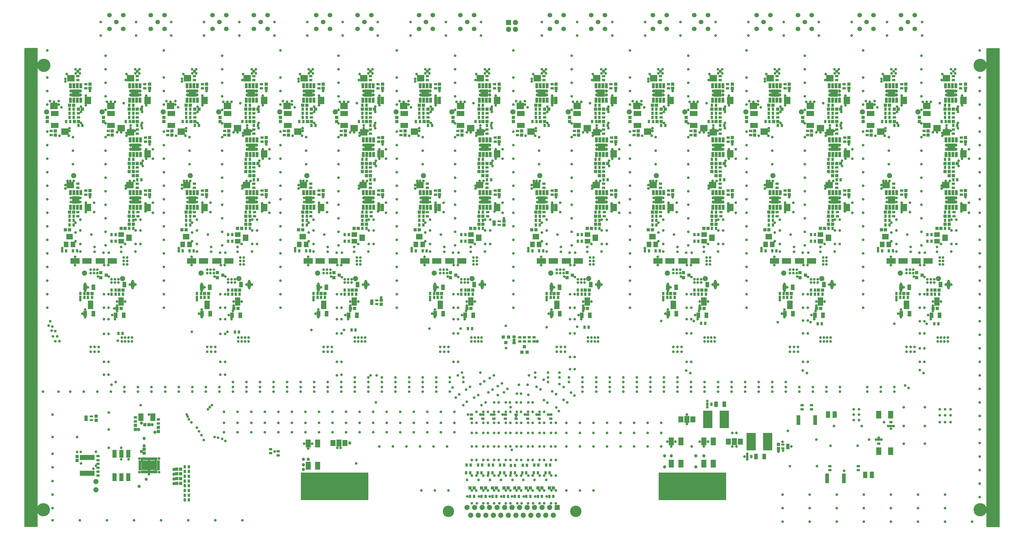
<source format=gts>
G04 #@! TF.GenerationSoftware,KiCad,Pcbnew,(2017-12-06 revision 4e70e37f0)-master*
G04 #@! TF.CreationDate,2017-12-06T11:37:05-08:00*
G04 #@! TF.ProjectId,8CH_Amplifier,3843485F416D706C69666965722E6B69,rev?*
G04 #@! TF.SameCoordinates,Original*
G04 #@! TF.FileFunction,Soldermask,Top*
G04 #@! TF.FilePolarity,Negative*
%FSLAX46Y46*%
G04 Gerber Fmt 4.6, Leading zero omitted, Abs format (unit mm)*
G04 Created by KiCad (PCBNEW (2017-12-06 revision 4e70e37f0)-master) date Wed Dec  6 11:37:05 2017*
%MOMM*%
%LPD*%
G01*
G04 APERTURE LIST*
%ADD10R,1.300000X0.900000*%
%ADD11R,1.200000X1.150000*%
%ADD12R,1.150000X1.200000*%
%ADD13R,1.900000X2.900000*%
%ADD14R,1.540000X2.430000*%
%ADD15C,4.895800*%
%ADD16C,4.210000*%
%ADD17R,1.924000X1.924000*%
%ADD18C,1.924000*%
%ADD19C,1.700000*%
%ADD20R,2.700000X1.250000*%
%ADD21R,0.900000X1.300000*%
%ADD22R,1.700000X2.000000*%
%ADD23R,2.400000X2.000000*%
%ADD24R,2.000000X1.700000*%
%ADD25R,2.000000X2.400000*%
%ADD26R,0.750000X1.050000*%
%ADD27R,1.200000X1.400000*%
%ADD28R,1.000000X1.950000*%
%ADD29R,1.575000X1.575000*%
%ADD30R,1.400000X2.000000*%
%ADD31R,0.850000X1.850000*%
%ADD32C,1.900000*%
%ADD33R,3.400000X2.000000*%
%ADD34R,1.250000X2.700000*%
%ADD35R,1.300000X1.200000*%
%ADD36R,1.150000X0.800000*%
%ADD37R,5.080000X10.160000*%
%ADD38R,1.400000X3.600000*%
%ADD39R,1.530000X2.840000*%
%ADD40R,1.687500X1.975000*%
%ADD41R,1.100000X0.650000*%
%ADD42R,0.650000X1.100000*%
%ADD43R,1.850000X0.850000*%
%ADD44R,1.900000X2.300000*%
%ADD45R,1.900000X2.600000*%
%ADD46R,3.460000X6.500000*%
%ADD47R,1.200100X1.200100*%
%ADD48R,1.230000X1.030000*%
%ADD49R,0.850000X1.900000*%
%ADD50C,1.000000*%
%ADD51C,1.200000*%
%ADD52C,0.200000*%
G04 APERTURE END LIST*
D10*
X90900000Y-221250000D03*
X90900000Y-222750000D03*
X93700000Y-223550000D03*
X93700000Y-222050000D03*
D11*
X56250000Y-228600000D03*
X57750000Y-228600000D03*
D12*
X26550000Y-210600000D03*
X26550000Y-209100000D03*
D11*
X56250000Y-230350000D03*
X57750000Y-230350000D03*
D12*
X278250000Y-219500000D03*
X278250000Y-221000000D03*
D11*
X56250000Y-232100000D03*
X57750000Y-232100000D03*
D12*
X177000000Y-138500000D03*
X177000000Y-137000000D03*
D11*
X56250000Y-233850000D03*
X57750000Y-233850000D03*
D12*
X131750000Y-167750000D03*
X131750000Y-166250000D03*
D11*
X249350000Y-169250000D03*
X250850000Y-169250000D03*
D13*
X108250000Y-219125000D03*
X108250000Y-227375000D03*
X104750000Y-219125000D03*
X104750000Y-227375000D03*
X242250000Y-218375000D03*
X242250000Y-226625000D03*
X238750000Y-218375000D03*
X238750000Y-226625000D03*
X254250000Y-218375000D03*
X254250000Y-226625000D03*
X250750000Y-218375000D03*
X250750000Y-226625000D03*
D14*
X298996040Y-208500000D03*
X296596040Y-208500000D03*
X312700000Y-230750000D03*
X310300000Y-230750000D03*
D15*
X7280000Y-79566000D03*
X352720000Y-79566000D03*
X7120000Y-243650000D03*
X352720000Y-243650000D03*
D16*
X156474600Y-244230000D03*
X203515400Y-244230000D03*
D17*
X196606600Y-242807600D03*
D18*
X193838000Y-242807600D03*
X191069400Y-242807600D03*
X188300800Y-242807600D03*
X185532200Y-242807600D03*
X182763600Y-242807600D03*
X179995000Y-242807600D03*
X177226400Y-242807600D03*
X174457800Y-242807600D03*
X171689200Y-242807600D03*
X168920600Y-242807600D03*
X166152000Y-242807600D03*
X163383400Y-242807600D03*
X195222300Y-245652400D03*
X192453700Y-245652400D03*
X189685100Y-245652400D03*
X186916500Y-245652400D03*
X184147900Y-245652400D03*
X181379300Y-245652400D03*
X178610700Y-245652400D03*
X175842100Y-245652400D03*
X173073500Y-245652400D03*
X170304900Y-245652400D03*
X167536300Y-245652400D03*
X164767700Y-245652400D03*
D19*
X110250000Y-63500000D03*
X107710000Y-60960000D03*
X112790000Y-60960000D03*
X112790000Y-66040000D03*
X107710000Y-66040000D03*
X72000000Y-63500000D03*
X69460000Y-60960000D03*
X74540000Y-60960000D03*
X74540000Y-66040000D03*
X69460000Y-66040000D03*
X87250000Y-63500000D03*
X84710000Y-60960000D03*
X89790000Y-60960000D03*
X89790000Y-66040000D03*
X84710000Y-66040000D03*
X125500000Y-63500000D03*
X122960000Y-60960000D03*
X128040000Y-60960000D03*
X128040000Y-66040000D03*
X122960000Y-66040000D03*
X148250000Y-63500000D03*
X145710000Y-60960000D03*
X150790000Y-60960000D03*
X150790000Y-66040000D03*
X145710000Y-66040000D03*
X163500000Y-63500000D03*
X160960000Y-60960000D03*
X166040000Y-60960000D03*
X166040000Y-66040000D03*
X160960000Y-66040000D03*
X211750000Y-63500000D03*
X209210000Y-60960000D03*
X214290000Y-60960000D03*
X214290000Y-66040000D03*
X209210000Y-66040000D03*
X234500000Y-63500000D03*
X231960000Y-60960000D03*
X237040000Y-60960000D03*
X237040000Y-66040000D03*
X231960000Y-66040000D03*
X249750000Y-63500000D03*
X247210000Y-60960000D03*
X252290000Y-60960000D03*
X252290000Y-66040000D03*
X247210000Y-66040000D03*
X272750000Y-63500000D03*
X270210000Y-60960000D03*
X275290000Y-60960000D03*
X275290000Y-66040000D03*
X270210000Y-66040000D03*
X288000000Y-63500000D03*
X285460000Y-60960000D03*
X290540000Y-60960000D03*
X290540000Y-66040000D03*
X285460000Y-66040000D03*
X310750000Y-63500000D03*
X308210000Y-60960000D03*
X313290000Y-60960000D03*
X313290000Y-66040000D03*
X308210000Y-66040000D03*
X326000000Y-63500000D03*
X323460000Y-60960000D03*
X328540000Y-60960000D03*
X328540000Y-66040000D03*
X323460000Y-66040000D03*
X196500000Y-63500000D03*
X193960000Y-60960000D03*
X199040000Y-60960000D03*
X199040000Y-66040000D03*
X193960000Y-66040000D03*
X34000000Y-63500000D03*
X31460000Y-60960000D03*
X36540000Y-60960000D03*
X36540000Y-66040000D03*
X31460000Y-66040000D03*
X49250000Y-63500000D03*
X46710000Y-60960000D03*
X51790000Y-60960000D03*
X51790000Y-66040000D03*
X46710000Y-66040000D03*
D20*
X11000000Y-95100000D03*
X11000000Y-93900000D03*
X15000000Y-104600000D03*
X15000000Y-103400000D03*
X58000000Y-103400000D03*
X58000000Y-104600000D03*
X54000000Y-93900000D03*
X54000000Y-95100000D03*
X101000000Y-103400000D03*
X101000000Y-104600000D03*
X97000000Y-93900000D03*
X97000000Y-95100000D03*
X144000000Y-103400000D03*
X144000000Y-104600000D03*
X140000000Y-93900000D03*
X140000000Y-95100000D03*
X187000000Y-103400000D03*
X187000000Y-104600000D03*
X183000000Y-93900000D03*
X183000000Y-95100000D03*
X230000000Y-103400000D03*
X230000000Y-104600000D03*
X226000000Y-93900000D03*
X226000000Y-95100000D03*
X273000000Y-103400000D03*
X273000000Y-104600000D03*
X269000000Y-93900000D03*
X269000000Y-95100000D03*
X312000000Y-93900000D03*
X312000000Y-95100000D03*
X316000000Y-103400000D03*
X316000000Y-104600000D03*
X336750000Y-102150000D03*
X336750000Y-103350000D03*
X333000000Y-93900000D03*
X333000000Y-95100000D03*
X32000000Y-93900000D03*
X32000000Y-95100000D03*
X35750000Y-103350000D03*
X35750000Y-102150000D03*
X78750000Y-103350000D03*
X78750000Y-102150000D03*
X75000000Y-93900000D03*
X75000000Y-95100000D03*
X204000000Y-93900000D03*
X204000000Y-95100000D03*
X164750000Y-103350000D03*
X164750000Y-102150000D03*
X161000000Y-93900000D03*
X161000000Y-95100000D03*
X207750000Y-103350000D03*
X207750000Y-102150000D03*
X290000000Y-93900000D03*
X290000000Y-95100000D03*
X293750000Y-103350000D03*
X293750000Y-102150000D03*
X250750000Y-103350000D03*
X250750000Y-102150000D03*
X247000000Y-95100000D03*
X247000000Y-93900000D03*
X118000000Y-93900000D03*
X118000000Y-95100000D03*
X121750000Y-103350000D03*
X121750000Y-102150000D03*
D11*
X34300000Y-169250000D03*
X35800000Y-169250000D03*
D12*
X67250000Y-86500000D03*
X67250000Y-88000000D03*
D11*
X64500000Y-95750000D03*
X63000000Y-95750000D03*
X61250000Y-133750000D03*
X59750000Y-133750000D03*
D12*
X51500000Y-100250000D03*
X51500000Y-98750000D03*
D11*
X63000000Y-100250000D03*
X61500000Y-100250000D03*
D12*
X72250000Y-98750000D03*
X72250000Y-100250000D03*
X75500000Y-103750000D03*
X75500000Y-105250000D03*
D11*
X81750000Y-95750000D03*
X83250000Y-95750000D03*
X83250000Y-118750000D03*
X81750000Y-118750000D03*
X83250000Y-138250000D03*
X81750000Y-138250000D03*
X81750000Y-135250000D03*
X83250000Y-135250000D03*
X20000000Y-100250000D03*
X18500000Y-100250000D03*
D12*
X8500000Y-100250000D03*
X8500000Y-98750000D03*
D11*
X18250000Y-133750000D03*
X16750000Y-133750000D03*
X23500000Y-163750000D03*
X25000000Y-163750000D03*
X255250000Y-138250000D03*
X253750000Y-138250000D03*
X255250000Y-118750000D03*
X253750000Y-118750000D03*
X253750000Y-95750000D03*
X255250000Y-95750000D03*
D12*
X247500000Y-103750000D03*
X247500000Y-105250000D03*
D11*
X255250000Y-100250000D03*
X256750000Y-100250000D03*
X301250000Y-115750000D03*
X299750000Y-115750000D03*
X296750000Y-135250000D03*
X298250000Y-135250000D03*
X298250000Y-138250000D03*
X296750000Y-138250000D03*
X35000000Y-162500000D03*
X36500000Y-162500000D03*
D12*
X287250000Y-98750000D03*
X287250000Y-100250000D03*
D11*
X276250000Y-133750000D03*
X274750000Y-133750000D03*
X279500000Y-95750000D03*
X278000000Y-95750000D03*
D12*
X282250000Y-86500000D03*
X282250000Y-88000000D03*
D11*
X298250000Y-118750000D03*
X296750000Y-118750000D03*
D12*
X290500000Y-103750000D03*
X290500000Y-105250000D03*
D11*
X296750000Y-95750000D03*
X298250000Y-95750000D03*
X126250000Y-138250000D03*
X124750000Y-138250000D03*
X129250000Y-115750000D03*
X127750000Y-115750000D03*
X126250000Y-100250000D03*
X127750000Y-100250000D03*
X121000000Y-162500000D03*
X122500000Y-162500000D03*
X109500000Y-163750000D03*
X111000000Y-163750000D03*
X149000000Y-100250000D03*
X147500000Y-100250000D03*
X124750000Y-135250000D03*
X126250000Y-135250000D03*
X83250000Y-100250000D03*
X84750000Y-100250000D03*
D12*
X110250000Y-86500000D03*
X110250000Y-88000000D03*
D11*
X78000000Y-162500000D03*
X79500000Y-162500000D03*
X107500000Y-95750000D03*
X106000000Y-95750000D03*
X104250000Y-133750000D03*
X102750000Y-133750000D03*
X86250000Y-115750000D03*
X84750000Y-115750000D03*
D12*
X94500000Y-100250000D03*
X94500000Y-98750000D03*
D11*
X106000000Y-100250000D03*
X104500000Y-100250000D03*
X66500000Y-163750000D03*
X68000000Y-163750000D03*
D12*
X137500000Y-100250000D03*
X137500000Y-98750000D03*
D11*
X21500000Y-95750000D03*
X20000000Y-95750000D03*
D12*
X24250000Y-86500000D03*
X24250000Y-88000000D03*
X29250000Y-98750000D03*
X29250000Y-100250000D03*
X32500000Y-103750000D03*
X32500000Y-105250000D03*
D11*
X38750000Y-95750000D03*
X40250000Y-95750000D03*
X40250000Y-118750000D03*
X38750000Y-118750000D03*
X126250000Y-118750000D03*
X124750000Y-118750000D03*
X124750000Y-95750000D03*
X126250000Y-95750000D03*
D12*
X118500000Y-103750000D03*
X118500000Y-105250000D03*
X115250000Y-98750000D03*
X115250000Y-100250000D03*
D11*
X40250000Y-138250000D03*
X38750000Y-138250000D03*
X40250000Y-100250000D03*
X41750000Y-100250000D03*
X43250000Y-115750000D03*
X41750000Y-115750000D03*
X38750000Y-135250000D03*
X40250000Y-135250000D03*
D12*
X223500000Y-100250000D03*
X223500000Y-98750000D03*
D11*
X167750000Y-135250000D03*
X169250000Y-135250000D03*
X169250000Y-138250000D03*
X167750000Y-138250000D03*
X169250000Y-118750000D03*
X167750000Y-118750000D03*
X167750000Y-95750000D03*
X169250000Y-95750000D03*
D12*
X161500000Y-103750000D03*
X161500000Y-105250000D03*
X158250000Y-98750000D03*
X158250000Y-100250000D03*
D11*
X190250000Y-133750000D03*
X188750000Y-133750000D03*
X193500000Y-95750000D03*
X192000000Y-95750000D03*
D12*
X196250000Y-86500000D03*
X196250000Y-88000000D03*
X244250000Y-98750000D03*
X244250000Y-100250000D03*
D11*
X147250000Y-133750000D03*
X145750000Y-133750000D03*
X150500000Y-95750000D03*
X149000000Y-95750000D03*
D12*
X153250000Y-86500000D03*
X153250000Y-88000000D03*
D11*
X210750000Y-135250000D03*
X212250000Y-135250000D03*
X212250000Y-138250000D03*
X210750000Y-138250000D03*
X212250000Y-118750000D03*
X210750000Y-118750000D03*
X210750000Y-95750000D03*
X212250000Y-95750000D03*
D12*
X204500000Y-103750000D03*
X204500000Y-105250000D03*
X201250000Y-98750000D03*
X201250000Y-100250000D03*
D11*
X215250000Y-115750000D03*
X213750000Y-115750000D03*
X212250000Y-100250000D03*
X213750000Y-100250000D03*
X195500000Y-163750000D03*
X197000000Y-163750000D03*
D12*
X239250000Y-86500000D03*
X239250000Y-88000000D03*
D11*
X207000000Y-162500000D03*
X208500000Y-162500000D03*
X233250000Y-133750000D03*
X231750000Y-133750000D03*
X236500000Y-95750000D03*
X235000000Y-95750000D03*
X235000000Y-100250000D03*
X233500000Y-100250000D03*
X324500000Y-163750000D03*
X326000000Y-163750000D03*
X336000000Y-162500000D03*
X337500000Y-162500000D03*
D12*
X330250000Y-98750000D03*
X330250000Y-100250000D03*
D11*
X344250000Y-115750000D03*
X342750000Y-115750000D03*
X339750000Y-135250000D03*
X341250000Y-135250000D03*
X341250000Y-138250000D03*
X339750000Y-138250000D03*
X341250000Y-118750000D03*
X339750000Y-118750000D03*
X339750000Y-95750000D03*
X341250000Y-95750000D03*
D12*
X333500000Y-103750000D03*
X333500000Y-105250000D03*
D11*
X341250000Y-100250000D03*
X342750000Y-100250000D03*
D12*
X266500000Y-100250000D03*
X266500000Y-98750000D03*
D11*
X278000000Y-100250000D03*
X276500000Y-100250000D03*
X238500000Y-163750000D03*
X240000000Y-163750000D03*
X250000000Y-162500000D03*
X251500000Y-162500000D03*
X298250000Y-100250000D03*
X299750000Y-100250000D03*
X172250000Y-115750000D03*
X170750000Y-115750000D03*
X169250000Y-100250000D03*
X170750000Y-100250000D03*
X164000000Y-162500000D03*
X165500000Y-162500000D03*
X152500000Y-163750000D03*
X154000000Y-163750000D03*
X192000000Y-100250000D03*
X190500000Y-100250000D03*
X258250000Y-115750000D03*
X256750000Y-115750000D03*
D12*
X180500000Y-100250000D03*
X180500000Y-98750000D03*
D11*
X319250000Y-133750000D03*
X317750000Y-133750000D03*
X293000000Y-162500000D03*
X294500000Y-162500000D03*
X281500000Y-163750000D03*
X283000000Y-163750000D03*
X321000000Y-100250000D03*
X319500000Y-100250000D03*
D12*
X309500000Y-100250000D03*
X309500000Y-98750000D03*
D11*
X253750000Y-135250000D03*
X255250000Y-135250000D03*
X322500000Y-95750000D03*
X321000000Y-95750000D03*
D12*
X325250000Y-86500000D03*
X325250000Y-88000000D03*
D11*
X274750000Y-94250000D03*
X276250000Y-94250000D03*
D12*
X282250000Y-125750000D03*
X282250000Y-127250000D03*
D11*
X293750000Y-139750000D03*
X295250000Y-139750000D03*
X298250000Y-120250000D03*
X299750000Y-120250000D03*
X273250000Y-140250000D03*
X274750000Y-140250000D03*
D12*
X269500000Y-105250000D03*
X269500000Y-103750000D03*
D11*
X58250000Y-140250000D03*
X59750000Y-140250000D03*
X59750000Y-94250000D03*
X61250000Y-94250000D03*
D12*
X304250000Y-127250000D03*
X304250000Y-125750000D03*
X347250000Y-107750000D03*
X347250000Y-106250000D03*
D11*
X258250000Y-95750000D03*
X256750000Y-95750000D03*
D12*
X261250000Y-88000000D03*
X261250000Y-86500000D03*
D11*
X253750000Y-115750000D03*
X255250000Y-115750000D03*
D12*
X261250000Y-107750000D03*
X261250000Y-106250000D03*
D11*
X301250000Y-95750000D03*
X299750000Y-95750000D03*
D12*
X89250000Y-127250000D03*
X89250000Y-125750000D03*
D11*
X250750000Y-139750000D03*
X252250000Y-139750000D03*
D12*
X132250000Y-127250000D03*
X132250000Y-125750000D03*
X239250000Y-125750000D03*
X239250000Y-127250000D03*
D11*
X255250000Y-120250000D03*
X256750000Y-120250000D03*
D12*
X304250000Y-88000000D03*
X304250000Y-86500000D03*
D11*
X296750000Y-115750000D03*
X298250000Y-115750000D03*
D12*
X304250000Y-107750000D03*
X304250000Y-106250000D03*
X261250000Y-127250000D03*
X261250000Y-125750000D03*
X110250000Y-125750000D03*
X110250000Y-127250000D03*
D11*
X102750000Y-94250000D03*
X104250000Y-94250000D03*
D12*
X97500000Y-105250000D03*
X97500000Y-103750000D03*
D11*
X101250000Y-140250000D03*
X102750000Y-140250000D03*
X341250000Y-120250000D03*
X342750000Y-120250000D03*
X77350000Y-169250000D03*
X78850000Y-169250000D03*
X86250000Y-95750000D03*
X84750000Y-95750000D03*
X83250000Y-120250000D03*
X84750000Y-120250000D03*
X121750000Y-139750000D03*
X123250000Y-139750000D03*
D12*
X89250000Y-88000000D03*
X89250000Y-86500000D03*
D11*
X81750000Y-115750000D03*
X83250000Y-115750000D03*
D12*
X89250000Y-107750000D03*
X89250000Y-106250000D03*
X67250000Y-125750000D03*
X67250000Y-127250000D03*
D11*
X78750000Y-139750000D03*
X80250000Y-139750000D03*
D12*
X54500000Y-105250000D03*
X54500000Y-103750000D03*
X153250000Y-125750000D03*
X153250000Y-127250000D03*
D11*
X145750000Y-94250000D03*
X147250000Y-94250000D03*
D12*
X140500000Y-105250000D03*
X140500000Y-103750000D03*
D11*
X144250000Y-140250000D03*
X145750000Y-140250000D03*
X120350000Y-169250000D03*
X121850000Y-169250000D03*
D12*
X226500000Y-105250000D03*
X226500000Y-103750000D03*
D11*
X129250000Y-95750000D03*
X127750000Y-95750000D03*
D12*
X132250000Y-88000000D03*
X132250000Y-86500000D03*
D11*
X124750000Y-115750000D03*
X126250000Y-115750000D03*
D12*
X132250000Y-107750000D03*
X132250000Y-106250000D03*
D11*
X126250000Y-120250000D03*
X127750000Y-120250000D03*
X163350000Y-169250000D03*
X164850000Y-169250000D03*
X187250000Y-140250000D03*
X188750000Y-140250000D03*
D12*
X183500000Y-105250000D03*
X183500000Y-103750000D03*
D11*
X188750000Y-94250000D03*
X190250000Y-94250000D03*
D12*
X196250000Y-125750000D03*
X196250000Y-127250000D03*
D11*
X231750000Y-94250000D03*
X233250000Y-94250000D03*
X215250000Y-95750000D03*
X213750000Y-95750000D03*
X207750000Y-139750000D03*
X209250000Y-139750000D03*
D12*
X218250000Y-127250000D03*
X218250000Y-125750000D03*
D11*
X206350000Y-169250000D03*
X207850000Y-169250000D03*
X212250000Y-120250000D03*
X213750000Y-120250000D03*
D12*
X218250000Y-107750000D03*
X218250000Y-106250000D03*
D11*
X210750000Y-115750000D03*
X212250000Y-115750000D03*
D12*
X218250000Y-88000000D03*
X218250000Y-86500000D03*
D11*
X230250000Y-140250000D03*
X231750000Y-140250000D03*
X292350000Y-169250000D03*
X293850000Y-169250000D03*
D12*
X312500000Y-105250000D03*
X312500000Y-103750000D03*
D11*
X316250000Y-140250000D03*
X317750000Y-140250000D03*
X335350000Y-169250000D03*
X336850000Y-169250000D03*
D12*
X347250000Y-127250000D03*
X347250000Y-125750000D03*
D11*
X344250000Y-95750000D03*
X342750000Y-95750000D03*
D12*
X347250000Y-88000000D03*
X347250000Y-86500000D03*
D11*
X339750000Y-115750000D03*
X341250000Y-115750000D03*
X172250000Y-95750000D03*
X170750000Y-95750000D03*
D12*
X175250000Y-88000000D03*
X175250000Y-86500000D03*
X175250000Y-107750000D03*
X175250000Y-106250000D03*
D11*
X169250000Y-120250000D03*
X170750000Y-120250000D03*
D12*
X175250000Y-127250000D03*
X175250000Y-125750000D03*
D11*
X164750000Y-139750000D03*
X166250000Y-139750000D03*
X317750000Y-94250000D03*
X319250000Y-94250000D03*
D12*
X325250000Y-125750000D03*
X325250000Y-127250000D03*
D11*
X336750000Y-139750000D03*
X338250000Y-139750000D03*
X167750000Y-115750000D03*
X169250000Y-115750000D03*
D12*
X24250000Y-125750000D03*
X24250000Y-127250000D03*
D11*
X46000000Y-212250000D03*
X44500000Y-212250000D03*
D12*
X41000000Y-214000000D03*
X41000000Y-212500000D03*
X49500000Y-214750000D03*
X49500000Y-213250000D03*
X46250000Y-107750000D03*
X46250000Y-106250000D03*
D11*
X43250000Y-95750000D03*
X41750000Y-95750000D03*
X38750000Y-115750000D03*
X40250000Y-115750000D03*
D12*
X46250000Y-88000000D03*
X46250000Y-86500000D03*
X11500000Y-105250000D03*
X11500000Y-103750000D03*
D11*
X16750000Y-94250000D03*
X18250000Y-94250000D03*
X164500000Y-235550000D03*
X166000000Y-235550000D03*
X40250000Y-120250000D03*
X41750000Y-120250000D03*
X35750000Y-139750000D03*
X37250000Y-139750000D03*
D12*
X46250000Y-127250000D03*
X46250000Y-125750000D03*
D11*
X15250000Y-140250000D03*
X16750000Y-140250000D03*
X168750000Y-235550000D03*
X170250000Y-235550000D03*
X172750000Y-235550000D03*
X174250000Y-235550000D03*
X177000000Y-235550000D03*
X178500000Y-235550000D03*
X181000000Y-235550000D03*
X182500000Y-235550000D03*
X185250000Y-235550000D03*
X186750000Y-235550000D03*
X189500000Y-235550000D03*
X191000000Y-235550000D03*
X193750000Y-235550000D03*
X195250000Y-235550000D03*
D12*
X44250000Y-221250000D03*
X44250000Y-222750000D03*
X19500000Y-225450000D03*
X19500000Y-223950000D03*
D10*
X151750000Y-88000000D03*
X151750000Y-86500000D03*
D21*
X125000000Y-100250000D03*
X123500000Y-100250000D03*
D10*
X127750000Y-98750000D03*
X127750000Y-97250000D03*
X127750000Y-118750000D03*
X127750000Y-117250000D03*
D21*
X122500000Y-163999999D03*
X121000000Y-163999999D03*
X147250000Y-98750000D03*
X145750000Y-98750000D03*
X168000000Y-100250000D03*
X166500000Y-100250000D03*
X119750000Y-164000000D03*
X118250000Y-164000000D03*
X111000000Y-165250000D03*
X109500000Y-165250000D03*
X108250000Y-163750000D03*
X106750000Y-163750000D03*
X108250000Y-165250000D03*
X106750000Y-165250000D03*
X119750000Y-162500000D03*
X118250000Y-162500000D03*
D10*
X84750000Y-98750000D03*
X84750000Y-97250000D03*
X84750000Y-118750000D03*
X84750000Y-117250000D03*
X170750000Y-98750000D03*
X170750000Y-97250000D03*
X170750000Y-118750000D03*
X170750000Y-117250000D03*
D21*
X165500000Y-163999999D03*
X164000000Y-163999999D03*
X162750000Y-162500000D03*
X161250000Y-162500000D03*
X162750000Y-164000000D03*
X161250000Y-164000000D03*
X151250000Y-163750000D03*
X149750000Y-163750000D03*
X151250000Y-165250000D03*
X149750000Y-165250000D03*
D10*
X148750000Y-124750000D03*
X148750000Y-123250000D03*
D21*
X154000000Y-165250000D03*
X152500000Y-165250000D03*
X18250000Y-98750000D03*
X16750000Y-98750000D03*
D10*
X22750000Y-88000000D03*
X22750000Y-86500000D03*
X19750000Y-124750000D03*
X19750000Y-123250000D03*
D21*
X39000000Y-100250000D03*
X37500000Y-100250000D03*
X22250000Y-165250000D03*
X20750000Y-165250000D03*
D10*
X41750000Y-118750000D03*
X41750000Y-117250000D03*
D21*
X36500000Y-163999999D03*
X35000000Y-163999999D03*
X33750000Y-162500000D03*
X32250000Y-162500000D03*
X33750000Y-164000000D03*
X32250000Y-164000000D03*
X25000000Y-165250000D03*
X23500000Y-165250000D03*
X22250000Y-163750000D03*
X20750000Y-163750000D03*
D10*
X41750000Y-98750000D03*
X41750000Y-97250000D03*
X237750000Y-88000000D03*
X237750000Y-86500000D03*
X191750000Y-124750000D03*
X191750000Y-123250000D03*
X194750000Y-88000000D03*
X194750000Y-86500000D03*
D21*
X190250000Y-98750000D03*
X188750000Y-98750000D03*
X194250000Y-165250000D03*
X192750000Y-165250000D03*
X194250000Y-163750000D03*
X192750000Y-163750000D03*
X197000000Y-165250000D03*
X195500000Y-165250000D03*
X205750000Y-164000000D03*
X204250000Y-164000000D03*
X205750000Y-162500000D03*
X204250000Y-162500000D03*
X208500000Y-164000000D03*
X207000000Y-164000000D03*
X233250000Y-98750000D03*
X231750000Y-98750000D03*
D10*
X213750000Y-118750000D03*
X213750000Y-117250000D03*
X213750000Y-98750000D03*
X213750000Y-97250000D03*
D21*
X211000000Y-100250000D03*
X209500000Y-100250000D03*
X334750000Y-162500000D03*
X333250000Y-162500000D03*
X326000000Y-165250000D03*
X324500000Y-165250000D03*
X323250000Y-163750000D03*
X321750000Y-163750000D03*
X323250000Y-165250000D03*
X321750000Y-165250000D03*
X276250000Y-98750000D03*
X274750000Y-98750000D03*
X237250000Y-165250000D03*
X235750000Y-165250000D03*
D10*
X280750000Y-88000000D03*
X280750000Y-86500000D03*
D21*
X337500000Y-163999999D03*
X336000000Y-163999999D03*
X334750000Y-164000000D03*
X333250000Y-164000000D03*
D10*
X342750000Y-98750000D03*
X342750000Y-97250000D03*
X342750000Y-118750000D03*
X342750000Y-117250000D03*
X299750000Y-98750000D03*
X299750000Y-97250000D03*
D21*
X297000000Y-100250000D03*
X295500000Y-100250000D03*
D10*
X277750000Y-124750000D03*
X277750000Y-123250000D03*
D21*
X254000000Y-100250000D03*
X252500000Y-100250000D03*
D10*
X256750000Y-118750000D03*
X256750000Y-117250000D03*
D21*
X251500000Y-163999999D03*
X250000000Y-163999999D03*
X248750000Y-162500000D03*
X247250000Y-162500000D03*
X248750000Y-164000000D03*
X247250000Y-164000000D03*
X240000000Y-165250000D03*
X238500000Y-165250000D03*
X237250000Y-163750000D03*
X235750000Y-163750000D03*
D10*
X256750000Y-98750000D03*
X256750000Y-97250000D03*
D21*
X79500000Y-163999999D03*
X78000000Y-163999999D03*
X76750000Y-162500000D03*
X75250000Y-162500000D03*
X76750000Y-164000000D03*
X75250000Y-164000000D03*
X68000000Y-165250000D03*
X66500000Y-165250000D03*
X65250000Y-165250000D03*
X63750000Y-165250000D03*
D10*
X323750000Y-88000000D03*
X323750000Y-86500000D03*
D21*
X65250000Y-163750000D03*
X63750000Y-163750000D03*
X82000000Y-100250000D03*
X80500000Y-100250000D03*
D10*
X65750000Y-88000000D03*
X65750000Y-86500000D03*
X62750000Y-124750000D03*
X62750000Y-123250000D03*
X234750000Y-124750000D03*
X234750000Y-123250000D03*
X108750000Y-88000000D03*
X108750000Y-86500000D03*
X105750000Y-124750000D03*
X105750000Y-123250000D03*
D21*
X104250000Y-98750000D03*
X102750000Y-98750000D03*
X294500000Y-163999999D03*
X293000000Y-163999999D03*
X291750000Y-162500000D03*
X290250000Y-162500000D03*
X291750000Y-164000000D03*
X290250000Y-164000000D03*
X283000000Y-165250000D03*
X281500000Y-165250000D03*
X280250000Y-165250000D03*
X278750000Y-165250000D03*
X319250000Y-98750000D03*
X317750000Y-98750000D03*
X61250000Y-98750000D03*
X59750000Y-98750000D03*
D10*
X320750000Y-124750000D03*
X320750000Y-123250000D03*
X299750000Y-118750000D03*
X299750000Y-117250000D03*
D21*
X280250000Y-163750000D03*
X278750000Y-163750000D03*
X340000000Y-100250000D03*
X338500000Y-100250000D03*
X172250000Y-101750000D03*
X170750000Y-101750000D03*
X167750000Y-97250000D03*
X169250000Y-97250000D03*
X169250000Y-94250000D03*
X167750000Y-94250000D03*
D10*
X173500000Y-86500000D03*
X173500000Y-88000000D03*
X173750000Y-106250000D03*
X173750000Y-107750000D03*
D21*
X169250000Y-114250000D03*
X167750000Y-114250000D03*
X190250000Y-95750000D03*
X188750000Y-95750000D03*
X212250000Y-94250000D03*
X210750000Y-94250000D03*
X210750000Y-97250000D03*
X212250000Y-97250000D03*
X215250000Y-101750000D03*
X213750000Y-101750000D03*
X163750000Y-176750000D03*
X165250000Y-176750000D03*
D10*
X216500000Y-86500000D03*
X216500000Y-88000000D03*
D21*
X61250000Y-138500000D03*
X59750000Y-138500000D03*
D10*
X128000000Y-135250000D03*
X128000000Y-133750000D03*
D21*
X193500000Y-101750000D03*
X192000000Y-101750000D03*
D10*
X192000000Y-98750000D03*
X192000000Y-97250000D03*
D21*
X188750000Y-97250000D03*
X190250000Y-97250000D03*
D10*
X194750000Y-127250000D03*
X194750000Y-125750000D03*
D21*
X190250000Y-135250000D03*
X188750000Y-135250000D03*
X190250000Y-138500000D03*
X188750000Y-138500000D03*
D10*
X191750000Y-135250000D03*
X191750000Y-133750000D03*
X182000000Y-103750000D03*
X182000000Y-105250000D03*
D21*
X191500000Y-148000000D03*
X190000000Y-148000000D03*
X186000000Y-148000000D03*
X187500000Y-148000000D03*
X190250000Y-136750000D03*
X188750000Y-136750000D03*
X189000000Y-100250000D03*
X187500000Y-100250000D03*
X212250000Y-114250000D03*
X210750000Y-114250000D03*
D10*
X127750000Y-104750000D03*
X127750000Y-103250000D03*
D21*
X126250000Y-114250000D03*
X124750000Y-114250000D03*
D10*
X130750000Y-106250000D03*
X130750000Y-107750000D03*
D21*
X129250000Y-101750000D03*
X127750000Y-101750000D03*
X124750000Y-97250000D03*
X126250000Y-97250000D03*
X126250000Y-94250000D03*
X124750000Y-94250000D03*
D10*
X130500000Y-86500000D03*
X130500000Y-88000000D03*
D21*
X126250000Y-117250000D03*
X124750000Y-117250000D03*
X118250000Y-144500000D03*
X119750000Y-144500000D03*
D10*
X105750000Y-85000000D03*
X105750000Y-83500000D03*
D21*
X231750000Y-97250000D03*
X233250000Y-97250000D03*
D10*
X216750000Y-106250000D03*
X216750000Y-107750000D03*
X203000000Y-103750000D03*
X203000000Y-105250000D03*
X213750000Y-104750000D03*
X213750000Y-103250000D03*
D21*
X212250000Y-117250000D03*
X210750000Y-117250000D03*
X212250000Y-98750000D03*
X210750000Y-98750000D03*
X215250000Y-121750000D03*
X213750000Y-121750000D03*
D10*
X213750000Y-124750000D03*
X213750000Y-123250000D03*
X216750000Y-127250000D03*
X216750000Y-125750000D03*
D21*
X212250000Y-133750000D03*
X210750000Y-133750000D03*
X210750000Y-136750000D03*
X212250000Y-136750000D03*
X210750000Y-139750000D03*
X212250000Y-139750000D03*
D10*
X214000000Y-135250000D03*
X214000000Y-133750000D03*
D21*
X204250000Y-142000000D03*
X205750000Y-142000000D03*
X204250000Y-144500000D03*
X205750000Y-144500000D03*
D10*
X191750000Y-85000000D03*
X191750000Y-83500000D03*
X170750000Y-104750000D03*
X170750000Y-103250000D03*
D21*
X75250000Y-144500000D03*
X76750000Y-144500000D03*
X75250000Y-142000000D03*
X76750000Y-142000000D03*
D10*
X108750000Y-127250000D03*
X108750000Y-125750000D03*
D21*
X100000000Y-148000000D03*
X101500000Y-148000000D03*
X105500000Y-148000000D03*
X104000000Y-148000000D03*
D10*
X96000000Y-103750000D03*
X96000000Y-105250000D03*
X105750000Y-135250000D03*
X105750000Y-133750000D03*
D21*
X104250000Y-138500000D03*
X102750000Y-138500000D03*
X103000000Y-100250000D03*
X101500000Y-100250000D03*
X104250000Y-135250000D03*
X102750000Y-135250000D03*
X118250000Y-142000000D03*
X119750000Y-142000000D03*
D10*
X87500000Y-86500000D03*
X87500000Y-88000000D03*
D21*
X83250000Y-94250000D03*
X81750000Y-94250000D03*
X81750000Y-97250000D03*
X83250000Y-97250000D03*
X104250000Y-136750000D03*
X102750000Y-136750000D03*
X104250000Y-95750000D03*
X102750000Y-95750000D03*
X107500000Y-101750000D03*
X106000000Y-101750000D03*
D10*
X106000000Y-98750000D03*
X106000000Y-97250000D03*
D21*
X102750000Y-97250000D03*
X104250000Y-97250000D03*
X86250000Y-101750000D03*
X84750000Y-101750000D03*
X120750000Y-177250000D03*
X122250000Y-177250000D03*
X81750000Y-139750000D03*
X83250000Y-139750000D03*
X81750000Y-136750000D03*
X83250000Y-136750000D03*
X83250000Y-117250000D03*
X81750000Y-117250000D03*
D10*
X74000000Y-103750000D03*
X74000000Y-105250000D03*
D21*
X83250000Y-133750000D03*
X81750000Y-133750000D03*
D10*
X87750000Y-127250000D03*
X87750000Y-125750000D03*
X84750000Y-124750000D03*
X84750000Y-123250000D03*
D21*
X86250000Y-121750000D03*
X84750000Y-121750000D03*
X83250000Y-98750000D03*
X81750000Y-98750000D03*
D10*
X84750000Y-104750000D03*
X84750000Y-103250000D03*
D21*
X83250000Y-114250000D03*
X81750000Y-114250000D03*
D10*
X62750000Y-85000000D03*
X62750000Y-83500000D03*
X85000000Y-135250000D03*
X85000000Y-133750000D03*
D21*
X61250000Y-95750000D03*
X59750000Y-95750000D03*
X60000000Y-100250000D03*
X58500000Y-100250000D03*
X64500000Y-101750000D03*
X63000000Y-101750000D03*
D10*
X63000000Y-98750000D03*
X63000000Y-97250000D03*
D21*
X59750000Y-97250000D03*
X61250000Y-97250000D03*
X61250000Y-136750000D03*
X59750000Y-136750000D03*
D10*
X65750000Y-127250000D03*
X65750000Y-125750000D03*
D21*
X61250000Y-135250000D03*
X59750000Y-135250000D03*
D10*
X62750000Y-135250000D03*
X62750000Y-133750000D03*
X53000000Y-103750000D03*
X53000000Y-105250000D03*
D21*
X62500000Y-148000000D03*
X61000000Y-148000000D03*
X57000000Y-148000000D03*
X58500000Y-148000000D03*
D10*
X87750000Y-106250000D03*
X87750000Y-107750000D03*
D21*
X77750000Y-178000000D03*
X79250000Y-178000000D03*
X229000000Y-148000000D03*
X230500000Y-148000000D03*
X234500000Y-148000000D03*
X233000000Y-148000000D03*
D10*
X225000000Y-103750000D03*
X225000000Y-105250000D03*
D21*
X335750000Y-175000000D03*
X337250000Y-175000000D03*
X255250000Y-94250000D03*
X253750000Y-94250000D03*
D10*
X256750000Y-124750000D03*
X256750000Y-123250000D03*
D21*
X258250000Y-121750000D03*
X256750000Y-121750000D03*
D10*
X259500000Y-86500000D03*
X259500000Y-88000000D03*
X259750000Y-127250000D03*
X259750000Y-125750000D03*
D21*
X255250000Y-98750000D03*
X253750000Y-98750000D03*
X253750000Y-97250000D03*
X255250000Y-97250000D03*
X258250000Y-101750000D03*
X256750000Y-101750000D03*
D10*
X259750000Y-106250000D03*
X259750000Y-107750000D03*
D21*
X255250000Y-114250000D03*
X253750000Y-114250000D03*
D10*
X256750000Y-104750000D03*
X256750000Y-103250000D03*
D21*
X255250000Y-117250000D03*
X253750000Y-117250000D03*
X341250000Y-94250000D03*
X339750000Y-94250000D03*
X341250000Y-133750000D03*
X339750000Y-133750000D03*
D10*
X345500000Y-86500000D03*
X345500000Y-88000000D03*
D21*
X233250000Y-138500000D03*
X231750000Y-138500000D03*
X339750000Y-97250000D03*
X341250000Y-97250000D03*
D10*
X345750000Y-127250000D03*
X345750000Y-125750000D03*
X345750000Y-106250000D03*
X345750000Y-107750000D03*
D21*
X341250000Y-114250000D03*
X339750000Y-114250000D03*
D10*
X342750000Y-104750000D03*
X342750000Y-103250000D03*
D21*
X341250000Y-117250000D03*
X339750000Y-117250000D03*
X341250000Y-98750000D03*
X339750000Y-98750000D03*
X344250000Y-121750000D03*
X342750000Y-121750000D03*
D10*
X342750000Y-124750000D03*
X342750000Y-123250000D03*
D21*
X344250000Y-101750000D03*
X342750000Y-101750000D03*
X276250000Y-136750000D03*
X274750000Y-136750000D03*
X274750000Y-97250000D03*
X276250000Y-97250000D03*
D10*
X278000000Y-98750000D03*
X278000000Y-97250000D03*
D21*
X279500000Y-101750000D03*
X278000000Y-101750000D03*
D10*
X289000000Y-103750000D03*
X289000000Y-105250000D03*
D21*
X296750000Y-139750000D03*
X298250000Y-139750000D03*
D10*
X300000000Y-135250000D03*
X300000000Y-133750000D03*
D21*
X276250000Y-95750000D03*
X274750000Y-95750000D03*
X290250000Y-142000000D03*
X291750000Y-142000000D03*
X277500000Y-148000000D03*
X276000000Y-148000000D03*
X276250000Y-138500000D03*
X274750000Y-138500000D03*
X272000000Y-148000000D03*
X273500000Y-148000000D03*
X275000000Y-100250000D03*
X273500000Y-100250000D03*
D10*
X268000000Y-103750000D03*
X268000000Y-105250000D03*
X277750000Y-135250000D03*
X277750000Y-133750000D03*
D21*
X290250000Y-144500000D03*
X291750000Y-144500000D03*
D10*
X280750000Y-127250000D03*
X280750000Y-125750000D03*
X277750000Y-85000000D03*
X277750000Y-83500000D03*
D21*
X276250000Y-135250000D03*
X274750000Y-135250000D03*
X249750000Y-174750000D03*
X251250000Y-174750000D03*
D10*
X234750000Y-135250000D03*
X234750000Y-133750000D03*
D21*
X232000000Y-100250000D03*
X230500000Y-100250000D03*
X233250000Y-135250000D03*
X231750000Y-135250000D03*
D10*
X237750000Y-127250000D03*
X237750000Y-125750000D03*
D21*
X233250000Y-136750000D03*
X231750000Y-136750000D03*
D10*
X235000000Y-98750000D03*
X235000000Y-97250000D03*
D21*
X236500000Y-101750000D03*
X235000000Y-101750000D03*
X255250000Y-133750000D03*
X253750000Y-133750000D03*
D10*
X246000000Y-103750000D03*
X246000000Y-105250000D03*
D21*
X253750000Y-136750000D03*
X255250000Y-136750000D03*
X253750000Y-139750000D03*
X255250000Y-139750000D03*
D10*
X257000000Y-135250000D03*
X257000000Y-133750000D03*
D21*
X247250000Y-142000000D03*
X248750000Y-142000000D03*
X247250000Y-144500000D03*
X248750000Y-144500000D03*
D10*
X234750000Y-85000000D03*
X234750000Y-83500000D03*
D21*
X296750000Y-136750000D03*
X298250000Y-136750000D03*
X233250000Y-95750000D03*
X231750000Y-95750000D03*
X143000000Y-148000000D03*
X144500000Y-148000000D03*
X148500000Y-148000000D03*
X147000000Y-148000000D03*
D10*
X139000000Y-103750000D03*
X139000000Y-105250000D03*
X148750000Y-135250000D03*
X148750000Y-133750000D03*
D21*
X147250000Y-138500000D03*
X145750000Y-138500000D03*
X146000000Y-100250000D03*
X144500000Y-100250000D03*
X147250000Y-135250000D03*
X145750000Y-135250000D03*
X147250000Y-136750000D03*
X145750000Y-136750000D03*
X145750000Y-97250000D03*
X147250000Y-97250000D03*
D10*
X149000000Y-98750000D03*
X149000000Y-97250000D03*
D21*
X150500000Y-101750000D03*
X149000000Y-101750000D03*
X322500000Y-101750000D03*
X321000000Y-101750000D03*
D10*
X321000000Y-98750000D03*
X321000000Y-97250000D03*
D21*
X317750000Y-97250000D03*
X319250000Y-97250000D03*
X319250000Y-136750000D03*
X317750000Y-136750000D03*
D10*
X323750000Y-127250000D03*
X323750000Y-125750000D03*
D21*
X319250000Y-135250000D03*
X317750000Y-135250000D03*
X319250000Y-138500000D03*
X317750000Y-138500000D03*
D10*
X320750000Y-135250000D03*
X320750000Y-133750000D03*
X311000000Y-103750000D03*
X311000000Y-105250000D03*
D21*
X320500000Y-148000000D03*
X319000000Y-148000000D03*
X315000000Y-148000000D03*
X316500000Y-148000000D03*
X319250000Y-95750000D03*
X317750000Y-95750000D03*
X147250000Y-95750000D03*
X145750000Y-95750000D03*
X318000000Y-100250000D03*
X316500000Y-100250000D03*
X124750000Y-136750000D03*
X126250000Y-136750000D03*
D10*
X117000000Y-103750000D03*
X117000000Y-105250000D03*
D21*
X126250000Y-133750000D03*
X124750000Y-133750000D03*
D10*
X130750000Y-127250000D03*
X130750000Y-125750000D03*
X127750000Y-124750000D03*
X127750000Y-123250000D03*
D21*
X129250000Y-121750000D03*
X127750000Y-121750000D03*
X126250000Y-98750000D03*
X124750000Y-98750000D03*
X167750000Y-139750000D03*
X169250000Y-139750000D03*
D10*
X148750000Y-85000000D03*
X148750000Y-83500000D03*
X151750000Y-127250000D03*
X151750000Y-125750000D03*
D21*
X169250000Y-117250000D03*
X167750000Y-117250000D03*
X169250000Y-98750000D03*
X167750000Y-98750000D03*
X172250000Y-121750000D03*
X170750000Y-121750000D03*
D10*
X170750000Y-124750000D03*
X170750000Y-123250000D03*
D21*
X169250000Y-133750000D03*
X167750000Y-133750000D03*
D10*
X160000000Y-103750000D03*
X160000000Y-105250000D03*
D21*
X167750000Y-136750000D03*
X169250000Y-136750000D03*
D10*
X171000000Y-135250000D03*
X171000000Y-133750000D03*
D21*
X161250000Y-142000000D03*
X162750000Y-142000000D03*
X161250000Y-144500000D03*
X162750000Y-144500000D03*
D10*
X173750000Y-127250000D03*
X173750000Y-125750000D03*
X332000000Y-103750000D03*
X332000000Y-105250000D03*
X302500000Y-86500000D03*
X302500000Y-88000000D03*
D21*
X292750000Y-175000000D03*
X294250000Y-175000000D03*
X124750000Y-139750000D03*
X126250000Y-139750000D03*
X339750000Y-139750000D03*
X341250000Y-139750000D03*
D10*
X343000000Y-135250000D03*
X343000000Y-133750000D03*
D21*
X333250000Y-142000000D03*
X334750000Y-142000000D03*
X333250000Y-144500000D03*
X334750000Y-144500000D03*
X206750000Y-176250000D03*
X208250000Y-176250000D03*
X339750000Y-136750000D03*
X341250000Y-136750000D03*
D10*
X320750000Y-85000000D03*
X320750000Y-83500000D03*
D21*
X301250000Y-101750000D03*
X299750000Y-101750000D03*
D10*
X302750000Y-106250000D03*
X302750000Y-107750000D03*
D21*
X298250000Y-114250000D03*
X296750000Y-114250000D03*
D10*
X299750000Y-104750000D03*
X299750000Y-103250000D03*
D21*
X298250000Y-117250000D03*
X296750000Y-117250000D03*
X298250000Y-98750000D03*
X296750000Y-98750000D03*
X301250000Y-121750000D03*
X299750000Y-121750000D03*
D10*
X299750000Y-124750000D03*
X299750000Y-123250000D03*
X302750000Y-127250000D03*
X302750000Y-125750000D03*
D21*
X298250000Y-133750000D03*
X296750000Y-133750000D03*
X296750000Y-97250000D03*
X298250000Y-97250000D03*
X298250000Y-94250000D03*
X296750000Y-94250000D03*
X182500000Y-238750000D03*
X181000000Y-238750000D03*
X186750000Y-238750000D03*
X185250000Y-238750000D03*
D10*
X213750000Y-85000000D03*
X213750000Y-83500000D03*
X84750000Y-85000000D03*
X84750000Y-83500000D03*
D21*
X178500000Y-238750000D03*
X177000000Y-238750000D03*
D10*
X41750000Y-85000000D03*
X41750000Y-83500000D03*
D21*
X170250000Y-238750000D03*
X168750000Y-238750000D03*
X174250000Y-238750000D03*
X172750000Y-238750000D03*
X166000000Y-238750000D03*
X164500000Y-238750000D03*
D10*
X256750000Y-85000000D03*
X256750000Y-83500000D03*
X342750000Y-85000000D03*
X342750000Y-83500000D03*
D21*
X191000000Y-238750000D03*
X189500000Y-238750000D03*
D10*
X127750000Y-85000000D03*
X127750000Y-83500000D03*
X170750000Y-85000000D03*
X170750000Y-83500000D03*
D21*
X195250000Y-238750000D03*
X193750000Y-238750000D03*
D10*
X299750000Y-85000000D03*
X299750000Y-83500000D03*
X10000000Y-103750000D03*
X10000000Y-105250000D03*
X186330000Y-179958480D03*
X186330000Y-181458480D03*
X182830000Y-181458480D03*
X182830000Y-179958480D03*
X184530000Y-179958480D03*
X184530000Y-181458480D03*
X188130000Y-179958480D03*
X188130000Y-181458480D03*
D21*
X17000000Y-100250000D03*
X15500000Y-100250000D03*
D10*
X22750000Y-127250000D03*
X22750000Y-125750000D03*
X41000000Y-209500000D03*
X41000000Y-211000000D03*
X290500000Y-205000000D03*
X290500000Y-206500000D03*
X297250000Y-227500000D03*
X297250000Y-229000000D03*
D21*
X252010004Y-204663477D03*
X253510004Y-204663477D03*
D10*
X307750000Y-227500000D03*
X307750000Y-229000000D03*
X319750000Y-212750000D03*
X319750000Y-211250000D03*
X315250000Y-217750000D03*
X315250000Y-219250000D03*
D21*
X60750000Y-240000000D03*
X59250000Y-240000000D03*
X60750000Y-238250000D03*
X59250000Y-238250000D03*
X60750000Y-236500000D03*
X59250000Y-236500000D03*
X266750000Y-224000000D03*
X268250000Y-224000000D03*
D10*
X287000000Y-205000000D03*
X287000000Y-206500000D03*
X49500000Y-210250000D03*
X49500000Y-211750000D03*
X165000000Y-210000000D03*
X165000000Y-208500000D03*
X169250000Y-210000000D03*
X169250000Y-208500000D03*
X173250000Y-210000000D03*
X173250000Y-208500000D03*
X177500000Y-210000000D03*
X177500000Y-208500000D03*
X181500000Y-210000000D03*
X181500000Y-208500000D03*
X185750000Y-210000000D03*
X185750000Y-208500000D03*
D21*
X59250000Y-229500000D03*
X60750000Y-229500000D03*
X59250000Y-231250000D03*
X60750000Y-231250000D03*
X59250000Y-233000000D03*
X60750000Y-233000000D03*
X60750000Y-234750000D03*
X59250000Y-234750000D03*
D10*
X194250000Y-210000000D03*
X194250000Y-208500000D03*
D21*
X59250000Y-227750000D03*
X60750000Y-227750000D03*
D10*
X190000000Y-210000000D03*
X190000000Y-208500000D03*
D21*
X43250000Y-121750000D03*
X41750000Y-121750000D03*
D10*
X44750000Y-106250000D03*
X44750000Y-107750000D03*
X44500000Y-86500000D03*
X44500000Y-88000000D03*
D21*
X40250000Y-117250000D03*
X38750000Y-117250000D03*
D10*
X44750000Y-127250000D03*
X44750000Y-125750000D03*
X42000000Y-135250000D03*
X42000000Y-133750000D03*
D21*
X40250000Y-98750000D03*
X38750000Y-98750000D03*
D10*
X41750000Y-124750000D03*
X41750000Y-123250000D03*
X31000000Y-103750000D03*
X31000000Y-105250000D03*
D21*
X43250000Y-101750000D03*
X41750000Y-101750000D03*
X38750000Y-139750000D03*
X40250000Y-139750000D03*
X32250000Y-142000000D03*
X33750000Y-142000000D03*
X32250000Y-144500000D03*
X33750000Y-144500000D03*
D10*
X19750000Y-85000000D03*
X19750000Y-83500000D03*
X41750000Y-104750000D03*
X41750000Y-103250000D03*
X19750000Y-135250000D03*
X19750000Y-133750000D03*
X20000000Y-98750000D03*
X20000000Y-97250000D03*
D21*
X38750000Y-136750000D03*
X40250000Y-136750000D03*
X38750000Y-97250000D03*
X40250000Y-97250000D03*
X40250000Y-133750000D03*
X38750000Y-133750000D03*
X40250000Y-114250000D03*
X38750000Y-114250000D03*
X40250000Y-94250000D03*
X38750000Y-94250000D03*
X18250000Y-135250000D03*
X16750000Y-135250000D03*
X14000000Y-148000000D03*
X15500000Y-148000000D03*
X163200000Y-227150000D03*
X164700000Y-227150000D03*
X163050000Y-229950000D03*
X164550000Y-229950000D03*
X19500000Y-148000000D03*
X18000000Y-148000000D03*
X18250000Y-138500000D03*
X16750000Y-138500000D03*
X18250000Y-136750000D03*
X16750000Y-136750000D03*
X18250000Y-95750000D03*
X16750000Y-95750000D03*
X16750000Y-97250000D03*
X18250000Y-97250000D03*
X21500000Y-101750000D03*
X20000000Y-101750000D03*
X167250000Y-229950000D03*
X168750000Y-229950000D03*
X167458895Y-227150000D03*
X168958895Y-227150000D03*
X171250000Y-229950000D03*
X172750000Y-229950000D03*
X171450000Y-227150000D03*
X172950000Y-227150000D03*
X175550000Y-229950000D03*
X177050000Y-229950000D03*
X175550000Y-227150000D03*
X177050000Y-227150000D03*
X179550000Y-229950000D03*
X181050000Y-229950000D03*
X179550000Y-227250000D03*
X181050000Y-227250000D03*
X183750000Y-229950000D03*
X185250000Y-229950000D03*
X183950000Y-227200000D03*
X185450000Y-227200000D03*
X188050000Y-229950000D03*
X189550000Y-229950000D03*
X188200000Y-227150000D03*
X189700000Y-227150000D03*
X192350000Y-229950000D03*
X193850000Y-229950000D03*
X192550000Y-227150000D03*
X194050000Y-227150000D03*
X34750000Y-178500000D03*
X36250000Y-178500000D03*
D10*
X27200000Y-229550000D03*
X27200000Y-231050000D03*
X27200000Y-226650000D03*
X27200000Y-228150000D03*
X27200000Y-225350000D03*
X27200000Y-223850000D03*
D22*
X144500000Y-145700000D03*
D23*
X145750000Y-142800000D03*
D22*
X147000000Y-145700000D03*
X233000000Y-145700000D03*
D23*
X231750000Y-142800000D03*
D22*
X230500000Y-145700000D03*
X316500000Y-145700000D03*
D23*
X317750000Y-142800000D03*
D22*
X319000000Y-145700000D03*
X273500000Y-145700000D03*
D23*
X274750000Y-142800000D03*
D22*
X276000000Y-145700000D03*
X190000000Y-145700000D03*
D23*
X188750000Y-142800000D03*
D22*
X187500000Y-145700000D03*
X15500000Y-145700000D03*
D23*
X16750000Y-142800000D03*
D22*
X18000000Y-145700000D03*
X61000000Y-145700000D03*
D23*
X59750000Y-142800000D03*
D22*
X58500000Y-145700000D03*
X104000000Y-145700000D03*
D23*
X102750000Y-142800000D03*
D22*
X101500000Y-145700000D03*
D24*
X121800000Y-142000000D03*
D25*
X124700000Y-143250000D03*
D24*
X121800000Y-144500000D03*
X164800000Y-144500000D03*
D25*
X167700000Y-143250000D03*
D24*
X164800000Y-142000000D03*
X207800000Y-142000000D03*
D25*
X210700000Y-143250000D03*
D24*
X207800000Y-144500000D03*
X78800000Y-144500000D03*
D25*
X81700000Y-143250000D03*
D24*
X78800000Y-142000000D03*
X35800000Y-142000000D03*
D25*
X38700000Y-143250000D03*
D24*
X35800000Y-144500000D03*
X250800000Y-144500000D03*
D25*
X253700000Y-143250000D03*
D24*
X250800000Y-142000000D03*
X293800000Y-142000000D03*
D25*
X296700000Y-143250000D03*
D24*
X293800000Y-144500000D03*
X336800000Y-144500000D03*
D25*
X339700000Y-143250000D03*
D24*
X336800000Y-142000000D03*
D26*
X36400000Y-165700000D03*
X35750000Y-165700000D03*
X35100000Y-165700000D03*
X35100000Y-167800000D03*
X35750000Y-167800000D03*
X36400000Y-167800000D03*
D27*
X35350000Y-166750000D03*
X36150000Y-166750000D03*
X122150000Y-166750000D03*
X121350000Y-166750000D03*
D26*
X122400000Y-167800000D03*
X121750000Y-167800000D03*
X121100000Y-167800000D03*
X121100000Y-165700000D03*
X121750000Y-165700000D03*
X122400000Y-165700000D03*
D27*
X337150000Y-166750000D03*
X336350000Y-166750000D03*
D26*
X337400000Y-167800000D03*
X336750000Y-167800000D03*
X336100000Y-167800000D03*
X336100000Y-165700000D03*
X336750000Y-165700000D03*
X337400000Y-165700000D03*
X165400000Y-165700000D03*
X164750000Y-165700000D03*
X164100000Y-165700000D03*
X164100000Y-167800000D03*
X164750000Y-167800000D03*
X165400000Y-167800000D03*
D27*
X164350000Y-166750000D03*
X165150000Y-166750000D03*
X79150000Y-166750000D03*
X78350000Y-166750000D03*
D26*
X79400000Y-167800000D03*
X78750000Y-167800000D03*
X78100000Y-167800000D03*
X78100000Y-165700000D03*
X78750000Y-165700000D03*
X79400000Y-165700000D03*
D27*
X294150000Y-166750000D03*
X293350000Y-166750000D03*
D26*
X294400000Y-167800000D03*
X293750000Y-167800000D03*
X293100000Y-167800000D03*
X293100000Y-165700000D03*
X293750000Y-165700000D03*
X294400000Y-165700000D03*
X208400000Y-165700000D03*
X207750000Y-165700000D03*
X207100000Y-165700000D03*
X207100000Y-167800000D03*
X207750000Y-167800000D03*
X208400000Y-167800000D03*
D27*
X207350000Y-166750000D03*
X208150000Y-166750000D03*
X251150000Y-166750000D03*
X250350000Y-166750000D03*
D26*
X251400000Y-167800000D03*
X250750000Y-167800000D03*
X250100000Y-167800000D03*
X250100000Y-165700000D03*
X250750000Y-165700000D03*
X251400000Y-165700000D03*
X197150000Y-166950000D03*
X196500000Y-166950000D03*
X195850000Y-166950000D03*
X195850000Y-169050000D03*
X196500000Y-169050000D03*
X197150000Y-169050000D03*
D27*
X196100000Y-168000000D03*
X196900000Y-168000000D03*
X67900000Y-168000000D03*
X67100000Y-168000000D03*
D26*
X68150000Y-169050000D03*
X67500000Y-169050000D03*
X66850000Y-169050000D03*
X66850000Y-166950000D03*
X67500000Y-166950000D03*
X68150000Y-166950000D03*
X111150000Y-166950000D03*
X110500000Y-166950000D03*
X109850000Y-166950000D03*
X109850000Y-169050000D03*
X110500000Y-169050000D03*
X111150000Y-169050000D03*
D27*
X110100000Y-168000000D03*
X110900000Y-168000000D03*
X239900000Y-168000000D03*
X239100000Y-168000000D03*
D26*
X240150000Y-169050000D03*
X239500000Y-169050000D03*
X238850000Y-169050000D03*
X238850000Y-166950000D03*
X239500000Y-166950000D03*
X240150000Y-166950000D03*
X154150000Y-166950000D03*
X153500000Y-166950000D03*
X152850000Y-166950000D03*
X152850000Y-169050000D03*
X153500000Y-169050000D03*
X154150000Y-169050000D03*
D27*
X153100000Y-168000000D03*
X153900000Y-168000000D03*
X282900000Y-168000000D03*
X282100000Y-168000000D03*
D26*
X283150000Y-169050000D03*
X282500000Y-169050000D03*
X281850000Y-169050000D03*
X281850000Y-166950000D03*
X282500000Y-166950000D03*
X283150000Y-166950000D03*
X326150000Y-166950000D03*
X325500000Y-166950000D03*
X324850000Y-166950000D03*
X324850000Y-169050000D03*
X325500000Y-169050000D03*
X326150000Y-169050000D03*
D27*
X325100000Y-168000000D03*
X325900000Y-168000000D03*
X24900000Y-168000000D03*
X24100000Y-168000000D03*
D26*
X25150000Y-169050000D03*
X24500000Y-169050000D03*
X23850000Y-169050000D03*
X23850000Y-166950000D03*
X24500000Y-166950000D03*
X25150000Y-166950000D03*
D28*
X38945000Y-92450000D03*
X40215000Y-92450000D03*
X41485000Y-92450000D03*
X42755000Y-92450000D03*
X42755000Y-87050000D03*
X41485000Y-87050000D03*
X40215000Y-87050000D03*
X38945000Y-87050000D03*
D29*
X41437500Y-89162500D03*
X40262500Y-89162500D03*
X41437500Y-90337500D03*
X40262500Y-90337500D03*
D30*
X197600000Y-171200000D03*
X194600000Y-171200000D03*
X22500000Y-171250000D03*
X25500000Y-171250000D03*
X166000000Y-160500000D03*
X169000000Y-160500000D03*
X40000000Y-160500000D03*
X37000000Y-160500000D03*
X154600000Y-171200000D03*
X151600000Y-171200000D03*
X33750000Y-171800000D03*
X36750000Y-171800000D03*
X165700000Y-171800000D03*
X162700000Y-171800000D03*
X237500000Y-161500000D03*
X240500000Y-161500000D03*
X251700000Y-171800000D03*
X248700000Y-171800000D03*
X212000000Y-160500000D03*
X209000000Y-160500000D03*
X252000000Y-160500000D03*
X255000000Y-160500000D03*
X65500000Y-161500000D03*
X68500000Y-161500000D03*
X240600000Y-171200000D03*
X237600000Y-171200000D03*
X291700000Y-171800000D03*
X294700000Y-171800000D03*
X208700000Y-171800000D03*
X205700000Y-171800000D03*
X194500000Y-161500000D03*
X197500000Y-161500000D03*
X25500000Y-161500000D03*
X22500000Y-161500000D03*
X108500000Y-161500000D03*
X111500000Y-161500000D03*
X80000000Y-160500000D03*
X83000000Y-160500000D03*
X270000000Y-224000000D03*
X273000000Y-224000000D03*
X295000000Y-160500000D03*
X298000000Y-160500000D03*
X65600000Y-171200000D03*
X68600000Y-171200000D03*
X283600000Y-171200000D03*
X280600000Y-171200000D03*
X323500000Y-161500000D03*
X326500000Y-161500000D03*
X326600000Y-171200000D03*
X323600000Y-171200000D03*
X76700000Y-171800000D03*
X79700000Y-171800000D03*
X338000000Y-160500000D03*
X341000000Y-160500000D03*
X334700000Y-171800000D03*
X337700000Y-171800000D03*
X283500000Y-161500000D03*
X280500000Y-161500000D03*
X126000000Y-160500000D03*
X123000000Y-160500000D03*
X258260004Y-204663478D03*
X255260004Y-204663478D03*
X108600000Y-171200000D03*
X111600000Y-171200000D03*
X122700000Y-171800000D03*
X119700000Y-171800000D03*
X151500000Y-161500000D03*
X154500000Y-161500000D03*
D31*
X117025000Y-97300000D03*
X117675000Y-97300000D03*
X118325000Y-97300000D03*
X118975000Y-97300000D03*
X118975000Y-101700000D03*
X118325000Y-101700000D03*
X117675000Y-101700000D03*
X117025000Y-101700000D03*
X332025000Y-101700000D03*
X332675000Y-101700000D03*
X333325000Y-101700000D03*
X333975000Y-101700000D03*
X333975000Y-97300000D03*
X333325000Y-97300000D03*
X332675000Y-97300000D03*
X332025000Y-97300000D03*
X74025000Y-97300000D03*
X74675000Y-97300000D03*
X75325000Y-97300000D03*
X75975000Y-97300000D03*
X75975000Y-101700000D03*
X75325000Y-101700000D03*
X74675000Y-101700000D03*
X74025000Y-101700000D03*
X96275000Y-97300000D03*
X96925000Y-97300000D03*
X97575000Y-97300000D03*
X98225000Y-97300000D03*
X98225000Y-101700000D03*
X97575000Y-101700000D03*
X96925000Y-101700000D03*
X96275000Y-101700000D03*
X289025000Y-97300000D03*
X289675000Y-97300000D03*
X290325000Y-97300000D03*
X290975000Y-97300000D03*
X290975000Y-101700000D03*
X290325000Y-101700000D03*
X289675000Y-101700000D03*
X289025000Y-101700000D03*
X268275000Y-101700000D03*
X268925000Y-101700000D03*
X269575000Y-101700000D03*
X270225000Y-101700000D03*
X270225000Y-97300000D03*
X269575000Y-97300000D03*
X268925000Y-97300000D03*
X268275000Y-97300000D03*
X53275000Y-97300000D03*
X53925000Y-97300000D03*
X54575000Y-97300000D03*
X55225000Y-97300000D03*
X55225000Y-101700000D03*
X54575000Y-101700000D03*
X53925000Y-101700000D03*
X53275000Y-101700000D03*
X31025000Y-101700000D03*
X31675000Y-101700000D03*
X32325000Y-101700000D03*
X32975000Y-101700000D03*
X32975000Y-97300000D03*
X32325000Y-97300000D03*
X31675000Y-97300000D03*
X31025000Y-97300000D03*
X160025000Y-97300000D03*
X160675000Y-97300000D03*
X161325000Y-97300000D03*
X161975000Y-97300000D03*
X161975000Y-101700000D03*
X161325000Y-101700000D03*
X160675000Y-101700000D03*
X160025000Y-101700000D03*
X225275000Y-101700000D03*
X225925000Y-101700000D03*
X226575000Y-101700000D03*
X227225000Y-101700000D03*
X227225000Y-97300000D03*
X226575000Y-97300000D03*
X225925000Y-97300000D03*
X225275000Y-97300000D03*
X311275000Y-97300000D03*
X311925000Y-97300000D03*
X312575000Y-97300000D03*
X313225000Y-97300000D03*
X313225000Y-101700000D03*
X312575000Y-101700000D03*
X311925000Y-101700000D03*
X311275000Y-101700000D03*
X246025000Y-101700000D03*
X246675000Y-101700000D03*
X247325000Y-101700000D03*
X247975000Y-101700000D03*
X247975000Y-97300000D03*
X247325000Y-97300000D03*
X246675000Y-97300000D03*
X246025000Y-97300000D03*
X10275000Y-101700000D03*
X10925000Y-101700000D03*
X11575000Y-101700000D03*
X12225000Y-101700000D03*
X12225000Y-97300000D03*
X11575000Y-97300000D03*
X10925000Y-97300000D03*
X10275000Y-97300000D03*
X139275000Y-97300000D03*
X139925000Y-97300000D03*
X140575000Y-97300000D03*
X141225000Y-97300000D03*
X141225000Y-101700000D03*
X140575000Y-101700000D03*
X139925000Y-101700000D03*
X139275000Y-101700000D03*
X182275000Y-101700000D03*
X182925000Y-101700000D03*
X183575000Y-101700000D03*
X184225000Y-101700000D03*
X184225000Y-97300000D03*
X183575000Y-97300000D03*
X182925000Y-97300000D03*
X182275000Y-97300000D03*
X203025000Y-97300000D03*
X203675000Y-97300000D03*
X204325000Y-97300000D03*
X204975000Y-97300000D03*
X204975000Y-101700000D03*
X204325000Y-101700000D03*
X203675000Y-101700000D03*
X203025000Y-101700000D03*
D32*
X309250000Y-96750000D03*
X94250000Y-96750000D03*
X180350000Y-96750000D03*
X329750000Y-96750000D03*
X28750000Y-96750000D03*
X286750000Y-96750000D03*
X51250000Y-96750000D03*
X8250000Y-96750000D03*
X200750000Y-96750000D03*
X137250000Y-96750000D03*
X266250000Y-96750000D03*
X71750000Y-96750000D03*
X243750000Y-96750000D03*
X157750000Y-96750000D03*
X114750000Y-96750000D03*
X223250000Y-96750000D03*
X233250000Y-120250000D03*
X276250000Y-120250000D03*
X319250000Y-120250000D03*
X18250000Y-120250000D03*
X190250000Y-120250000D03*
X61250000Y-120250000D03*
X147250000Y-120250000D03*
X104250000Y-120250000D03*
D33*
X276800000Y-151750000D03*
X281200000Y-151750000D03*
X238200000Y-151750000D03*
X233800000Y-151750000D03*
X247450000Y-151750000D03*
X243050000Y-151750000D03*
X109200000Y-151750000D03*
X104800000Y-151750000D03*
X118450000Y-151750000D03*
X114050000Y-151750000D03*
X324200000Y-151750000D03*
X319800000Y-151750000D03*
X333450000Y-151750000D03*
X329050000Y-151750000D03*
X195200000Y-151750000D03*
X190800000Y-151750000D03*
X204450000Y-151750000D03*
X200050000Y-151750000D03*
X157050000Y-151750000D03*
X161450000Y-151750000D03*
X147800000Y-151750000D03*
X152200000Y-151750000D03*
X66200000Y-151750000D03*
X61800000Y-151750000D03*
X75450000Y-151750000D03*
X71050000Y-151750000D03*
X286050000Y-151750000D03*
X290450000Y-151750000D03*
D29*
X298412500Y-110337500D03*
X299587500Y-110337500D03*
X298412500Y-109162500D03*
X299587500Y-109162500D03*
D28*
X297095000Y-107050000D03*
X298365000Y-107050000D03*
X299635000Y-107050000D03*
X300905000Y-107050000D03*
X300905000Y-112450000D03*
X299635000Y-112450000D03*
X298365000Y-112450000D03*
X297095000Y-112450000D03*
D29*
X276412500Y-90337500D03*
X277587500Y-90337500D03*
X276412500Y-89162500D03*
X277587500Y-89162500D03*
D28*
X275095000Y-87050000D03*
X276365000Y-87050000D03*
X277635000Y-87050000D03*
X278905000Y-87050000D03*
X278905000Y-92450000D03*
X277635000Y-92450000D03*
X276365000Y-92450000D03*
X275095000Y-92450000D03*
X275095000Y-131950000D03*
X276365000Y-131950000D03*
X277635000Y-131950000D03*
X278905000Y-131950000D03*
X278905000Y-126550000D03*
X277635000Y-126550000D03*
X276365000Y-126550000D03*
X275095000Y-126550000D03*
D29*
X277587500Y-128662500D03*
X276412500Y-128662500D03*
X277587500Y-129837500D03*
X276412500Y-129837500D03*
X169412500Y-110337500D03*
X170587500Y-110337500D03*
X169412500Y-109162500D03*
X170587500Y-109162500D03*
D28*
X168095000Y-107050000D03*
X169365000Y-107050000D03*
X170635000Y-107050000D03*
X171905000Y-107050000D03*
X171905000Y-112450000D03*
X170635000Y-112450000D03*
X169365000Y-112450000D03*
X168095000Y-112450000D03*
X167945000Y-92450000D03*
X169215000Y-92450000D03*
X170485000Y-92450000D03*
X171755000Y-92450000D03*
X171755000Y-87050000D03*
X170485000Y-87050000D03*
X169215000Y-87050000D03*
X167945000Y-87050000D03*
D29*
X170437500Y-89162500D03*
X169262500Y-89162500D03*
X170437500Y-90337500D03*
X169262500Y-90337500D03*
X255262500Y-90337500D03*
X256437500Y-90337500D03*
X255262500Y-89162500D03*
X256437500Y-89162500D03*
D28*
X253945000Y-87050000D03*
X255215000Y-87050000D03*
X256485000Y-87050000D03*
X257755000Y-87050000D03*
X257755000Y-92450000D03*
X256485000Y-92450000D03*
X255215000Y-92450000D03*
X253945000Y-92450000D03*
X254095000Y-112450000D03*
X255365000Y-112450000D03*
X256635000Y-112450000D03*
X257905000Y-112450000D03*
X257905000Y-107050000D03*
X256635000Y-107050000D03*
X255365000Y-107050000D03*
X254095000Y-107050000D03*
D29*
X256587500Y-109162500D03*
X255412500Y-109162500D03*
X256587500Y-110337500D03*
X255412500Y-110337500D03*
X298412500Y-129837500D03*
X299587500Y-129837500D03*
X298412500Y-128662500D03*
X299587500Y-128662500D03*
D28*
X297095000Y-126550000D03*
X298365000Y-126550000D03*
X299635000Y-126550000D03*
X300905000Y-126550000D03*
X300905000Y-131950000D03*
X299635000Y-131950000D03*
X298365000Y-131950000D03*
X297095000Y-131950000D03*
X296945000Y-92450000D03*
X298215000Y-92450000D03*
X299485000Y-92450000D03*
X300755000Y-92450000D03*
X300755000Y-87050000D03*
X299485000Y-87050000D03*
X298215000Y-87050000D03*
X296945000Y-87050000D03*
D29*
X299437500Y-89162500D03*
X298262500Y-89162500D03*
X299437500Y-90337500D03*
X298262500Y-90337500D03*
X319412500Y-129837500D03*
X320587500Y-129837500D03*
X319412500Y-128662500D03*
X320587500Y-128662500D03*
D28*
X318095000Y-126550000D03*
X319365000Y-126550000D03*
X320635000Y-126550000D03*
X321905000Y-126550000D03*
X321905000Y-131950000D03*
X320635000Y-131950000D03*
X319365000Y-131950000D03*
X318095000Y-131950000D03*
X318095000Y-92450000D03*
X319365000Y-92450000D03*
X320635000Y-92450000D03*
X321905000Y-92450000D03*
X321905000Y-87050000D03*
X320635000Y-87050000D03*
X319365000Y-87050000D03*
X318095000Y-87050000D03*
D29*
X320587500Y-89162500D03*
X319412500Y-89162500D03*
X320587500Y-90337500D03*
X319412500Y-90337500D03*
X341412500Y-129837500D03*
X342587500Y-129837500D03*
X341412500Y-128662500D03*
X342587500Y-128662500D03*
D28*
X340095000Y-126550000D03*
X341365000Y-126550000D03*
X342635000Y-126550000D03*
X343905000Y-126550000D03*
X343905000Y-131950000D03*
X342635000Y-131950000D03*
X341365000Y-131950000D03*
X340095000Y-131950000D03*
X340095000Y-112450000D03*
X341365000Y-112450000D03*
X342635000Y-112450000D03*
X343905000Y-112450000D03*
X343905000Y-107050000D03*
X342635000Y-107050000D03*
X341365000Y-107050000D03*
X340095000Y-107050000D03*
D29*
X342587500Y-109162500D03*
X341412500Y-109162500D03*
X342587500Y-110337500D03*
X341412500Y-110337500D03*
X341262500Y-90337500D03*
X342437500Y-90337500D03*
X341262500Y-89162500D03*
X342437500Y-89162500D03*
D28*
X339945000Y-87050000D03*
X341215000Y-87050000D03*
X342485000Y-87050000D03*
X343755000Y-87050000D03*
X343755000Y-92450000D03*
X342485000Y-92450000D03*
X341215000Y-92450000D03*
X339945000Y-92450000D03*
X168095000Y-131950000D03*
X169365000Y-131950000D03*
X170635000Y-131950000D03*
X171905000Y-131950000D03*
X171905000Y-126550000D03*
X170635000Y-126550000D03*
X169365000Y-126550000D03*
X168095000Y-126550000D03*
D29*
X170587500Y-128662500D03*
X169412500Y-128662500D03*
X170587500Y-129837500D03*
X169412500Y-129837500D03*
X147412500Y-90337500D03*
X148587500Y-90337500D03*
X147412500Y-89162500D03*
X148587500Y-89162500D03*
D28*
X146095000Y-87050000D03*
X147365000Y-87050000D03*
X148635000Y-87050000D03*
X149905000Y-87050000D03*
X149905000Y-92450000D03*
X148635000Y-92450000D03*
X147365000Y-92450000D03*
X146095000Y-92450000D03*
X146095000Y-131950000D03*
X147365000Y-131950000D03*
X148635000Y-131950000D03*
X149905000Y-131950000D03*
X149905000Y-126550000D03*
X148635000Y-126550000D03*
X147365000Y-126550000D03*
X146095000Y-126550000D03*
D29*
X148587500Y-128662500D03*
X147412500Y-128662500D03*
X148587500Y-129837500D03*
X147412500Y-129837500D03*
X233412500Y-90337500D03*
X234587500Y-90337500D03*
X233412500Y-89162500D03*
X234587500Y-89162500D03*
D28*
X232095000Y-87050000D03*
X233365000Y-87050000D03*
X234635000Y-87050000D03*
X235905000Y-87050000D03*
X235905000Y-92450000D03*
X234635000Y-92450000D03*
X233365000Y-92450000D03*
X232095000Y-92450000D03*
X254095000Y-131950000D03*
X255365000Y-131950000D03*
X256635000Y-131950000D03*
X257905000Y-131950000D03*
X257905000Y-126550000D03*
X256635000Y-126550000D03*
X255365000Y-126550000D03*
X254095000Y-126550000D03*
D29*
X256587500Y-128662500D03*
X255412500Y-128662500D03*
X256587500Y-129837500D03*
X255412500Y-129837500D03*
X83262500Y-90337500D03*
X84437500Y-90337500D03*
X83262500Y-89162500D03*
X84437500Y-89162500D03*
D28*
X81945000Y-87050000D03*
X83215000Y-87050000D03*
X84485000Y-87050000D03*
X85755000Y-87050000D03*
X85755000Y-92450000D03*
X84485000Y-92450000D03*
X83215000Y-92450000D03*
X81945000Y-92450000D03*
X124945000Y-92450000D03*
X126215000Y-92450000D03*
X127485000Y-92450000D03*
X128755000Y-92450000D03*
X128755000Y-87050000D03*
X127485000Y-87050000D03*
X126215000Y-87050000D03*
X124945000Y-87050000D03*
D29*
X127437500Y-89162500D03*
X126262500Y-89162500D03*
X127437500Y-90337500D03*
X126262500Y-90337500D03*
X126412500Y-110337500D03*
X127587500Y-110337500D03*
X126412500Y-109162500D03*
X127587500Y-109162500D03*
D28*
X125095000Y-107050000D03*
X126365000Y-107050000D03*
X127635000Y-107050000D03*
X128905000Y-107050000D03*
X128905000Y-112450000D03*
X127635000Y-112450000D03*
X126365000Y-112450000D03*
X125095000Y-112450000D03*
X125095000Y-131950000D03*
X126365000Y-131950000D03*
X127635000Y-131950000D03*
X128905000Y-131950000D03*
X128905000Y-126550000D03*
X127635000Y-126550000D03*
X126365000Y-126550000D03*
X125095000Y-126550000D03*
D29*
X127587500Y-128662500D03*
X126412500Y-128662500D03*
X127587500Y-129837500D03*
X126412500Y-129837500D03*
X61412500Y-129837500D03*
X62587500Y-129837500D03*
X61412500Y-128662500D03*
X62587500Y-128662500D03*
D28*
X60095000Y-126550000D03*
X61365000Y-126550000D03*
X62635000Y-126550000D03*
X63905000Y-126550000D03*
X63905000Y-131950000D03*
X62635000Y-131950000D03*
X61365000Y-131950000D03*
X60095000Y-131950000D03*
X103095000Y-92450000D03*
X104365000Y-92450000D03*
X105635000Y-92450000D03*
X106905000Y-92450000D03*
X106905000Y-87050000D03*
X105635000Y-87050000D03*
X104365000Y-87050000D03*
X103095000Y-87050000D03*
D29*
X105587500Y-89162500D03*
X104412500Y-89162500D03*
X105587500Y-90337500D03*
X104412500Y-90337500D03*
X104412500Y-129837500D03*
X105587500Y-129837500D03*
X104412500Y-128662500D03*
X105587500Y-128662500D03*
D28*
X103095000Y-126550000D03*
X104365000Y-126550000D03*
X105635000Y-126550000D03*
X106905000Y-126550000D03*
X106905000Y-131950000D03*
X105635000Y-131950000D03*
X104365000Y-131950000D03*
X103095000Y-131950000D03*
D29*
X83412500Y-129837500D03*
X84587500Y-129837500D03*
X83412500Y-128662500D03*
X84587500Y-128662500D03*
D28*
X82095000Y-126550000D03*
X83365000Y-126550000D03*
X84635000Y-126550000D03*
X85905000Y-126550000D03*
X85905000Y-131950000D03*
X84635000Y-131950000D03*
X83365000Y-131950000D03*
X82095000Y-131950000D03*
X82095000Y-112450000D03*
X83365000Y-112450000D03*
X84635000Y-112450000D03*
X85905000Y-112450000D03*
X85905000Y-107050000D03*
X84635000Y-107050000D03*
X83365000Y-107050000D03*
X82095000Y-107050000D03*
D29*
X84587500Y-109162500D03*
X83412500Y-109162500D03*
X84587500Y-110337500D03*
X83412500Y-110337500D03*
X61412500Y-90337500D03*
X62587500Y-90337500D03*
X61412500Y-89162500D03*
X62587500Y-89162500D03*
D28*
X60095000Y-87050000D03*
X61365000Y-87050000D03*
X62635000Y-87050000D03*
X63905000Y-87050000D03*
X63905000Y-92450000D03*
X62635000Y-92450000D03*
X61365000Y-92450000D03*
X60095000Y-92450000D03*
X189095000Y-92450000D03*
X190365000Y-92450000D03*
X191635000Y-92450000D03*
X192905000Y-92450000D03*
X192905000Y-87050000D03*
X191635000Y-87050000D03*
X190365000Y-87050000D03*
X189095000Y-87050000D03*
D29*
X191587500Y-89162500D03*
X190412500Y-89162500D03*
X191587500Y-90337500D03*
X190412500Y-90337500D03*
X212412500Y-129837500D03*
X213587500Y-129837500D03*
X212412500Y-128662500D03*
X213587500Y-128662500D03*
D28*
X211095000Y-126550000D03*
X212365000Y-126550000D03*
X213635000Y-126550000D03*
X214905000Y-126550000D03*
X214905000Y-131950000D03*
X213635000Y-131950000D03*
X212365000Y-131950000D03*
X211095000Y-131950000D03*
X211095000Y-112450000D03*
X212365000Y-112450000D03*
X213635000Y-112450000D03*
X214905000Y-112450000D03*
X214905000Y-107050000D03*
X213635000Y-107050000D03*
X212365000Y-107050000D03*
X211095000Y-107050000D03*
D29*
X213587500Y-109162500D03*
X212412500Y-109162500D03*
X213587500Y-110337500D03*
X212412500Y-110337500D03*
X212262500Y-90337500D03*
X213437500Y-90337500D03*
X212262500Y-89162500D03*
X213437500Y-89162500D03*
D28*
X210945000Y-87050000D03*
X212215000Y-87050000D03*
X213485000Y-87050000D03*
X214755000Y-87050000D03*
X214755000Y-92450000D03*
X213485000Y-92450000D03*
X212215000Y-92450000D03*
X210945000Y-92450000D03*
X189095000Y-131950000D03*
X190365000Y-131950000D03*
X191635000Y-131950000D03*
X192905000Y-131950000D03*
X192905000Y-126550000D03*
X191635000Y-126550000D03*
X190365000Y-126550000D03*
X189095000Y-126550000D03*
D29*
X191587500Y-128662500D03*
X190412500Y-128662500D03*
X191587500Y-129837500D03*
X190412500Y-129837500D03*
X233412500Y-129837500D03*
X234587500Y-129837500D03*
X233412500Y-128662500D03*
X234587500Y-128662500D03*
D28*
X232095000Y-126550000D03*
X233365000Y-126550000D03*
X234635000Y-126550000D03*
X235905000Y-126550000D03*
X235905000Y-131950000D03*
X234635000Y-131950000D03*
X233365000Y-131950000D03*
X232095000Y-131950000D03*
D34*
X325100000Y-132000000D03*
X323900000Y-132000000D03*
X218100000Y-132000000D03*
X216900000Y-132000000D03*
X216900000Y-112250000D03*
X218100000Y-112250000D03*
D20*
X211000000Y-124350000D03*
X211000000Y-123150000D03*
X211250000Y-83650000D03*
X211250000Y-84850000D03*
X318000000Y-124350000D03*
X318000000Y-123150000D03*
D34*
X216900000Y-92500000D03*
X218100000Y-92500000D03*
D20*
X318250000Y-83650000D03*
X318250000Y-84850000D03*
D34*
X325100000Y-92500000D03*
X323900000Y-92500000D03*
X196100000Y-92500000D03*
X194900000Y-92500000D03*
X175100000Y-132000000D03*
X173900000Y-132000000D03*
D20*
X189250000Y-84850000D03*
X189250000Y-83650000D03*
D34*
X196100000Y-132000000D03*
X194900000Y-132000000D03*
X65900000Y-132000000D03*
X67100000Y-132000000D03*
D20*
X189000000Y-124350000D03*
X189000000Y-123150000D03*
D34*
X302900000Y-92500000D03*
X304100000Y-92500000D03*
D20*
X297250000Y-84850000D03*
X297250000Y-83650000D03*
X340000000Y-123150000D03*
X340000000Y-124350000D03*
D34*
X347100000Y-132000000D03*
X345900000Y-132000000D03*
D20*
X340250000Y-104850000D03*
X340250000Y-103650000D03*
D34*
X345900000Y-112250000D03*
X347100000Y-112250000D03*
D20*
X297250000Y-104850000D03*
X297250000Y-103650000D03*
D34*
X173900000Y-92500000D03*
X175100000Y-92500000D03*
D20*
X340250000Y-84850000D03*
X340250000Y-83650000D03*
X168250000Y-83650000D03*
X168250000Y-84850000D03*
D34*
X175100000Y-112250000D03*
X173900000Y-112250000D03*
X345900000Y-92500000D03*
X347100000Y-92500000D03*
D20*
X168250000Y-104850000D03*
X168250000Y-103650000D03*
X60000000Y-123150000D03*
X60000000Y-124350000D03*
D34*
X304100000Y-112250000D03*
X302900000Y-112250000D03*
D20*
X82250000Y-83650000D03*
X82250000Y-84850000D03*
X60250000Y-84850000D03*
X60250000Y-83650000D03*
D34*
X67100000Y-92500000D03*
X65900000Y-92500000D03*
X237900000Y-132000000D03*
X239100000Y-132000000D03*
D20*
X168000000Y-123150000D03*
X168000000Y-124350000D03*
D34*
X304100000Y-132000000D03*
X302900000Y-132000000D03*
D20*
X82000000Y-123150000D03*
X82000000Y-124350000D03*
D34*
X89100000Y-132000000D03*
X87900000Y-132000000D03*
D20*
X82250000Y-103650000D03*
X82250000Y-104850000D03*
D34*
X132100000Y-112250000D03*
X130900000Y-112250000D03*
D20*
X232000000Y-123150000D03*
X232000000Y-124350000D03*
D34*
X89100000Y-92500000D03*
X87900000Y-92500000D03*
D20*
X232250000Y-83650000D03*
X232250000Y-84850000D03*
D34*
X237900000Y-92500000D03*
X239100000Y-92500000D03*
D20*
X297000000Y-123150000D03*
X297000000Y-124350000D03*
D34*
X151900000Y-92500000D03*
X153100000Y-92500000D03*
D20*
X146250000Y-83650000D03*
X146250000Y-84850000D03*
D34*
X151900000Y-132000000D03*
X153100000Y-132000000D03*
D20*
X275000000Y-123150000D03*
X275000000Y-124350000D03*
D34*
X89100000Y-112250000D03*
X87900000Y-112250000D03*
D20*
X103000000Y-123150000D03*
X103000000Y-124350000D03*
D34*
X108900000Y-132000000D03*
X110100000Y-132000000D03*
X259900000Y-92500000D03*
X261100000Y-92500000D03*
D20*
X103250000Y-84850000D03*
X103250000Y-83650000D03*
X146000000Y-123150000D03*
X146000000Y-124350000D03*
D34*
X108900000Y-92500000D03*
X110100000Y-92500000D03*
D20*
X254000000Y-123150000D03*
X254000000Y-124350000D03*
D34*
X261100000Y-132000000D03*
X259900000Y-132000000D03*
X282100000Y-92500000D03*
X280900000Y-92500000D03*
D20*
X254250000Y-104850000D03*
X254250000Y-103650000D03*
D34*
X282100000Y-132000000D03*
X280900000Y-132000000D03*
D20*
X275250000Y-84850000D03*
X275250000Y-83650000D03*
X254250000Y-83650000D03*
X254250000Y-84850000D03*
D34*
X132100000Y-92500000D03*
X130900000Y-92500000D03*
D20*
X125000000Y-123150000D03*
X125000000Y-124350000D03*
D34*
X132100000Y-132000000D03*
X130900000Y-132000000D03*
D20*
X211250000Y-103650000D03*
X211250000Y-104850000D03*
X125250000Y-104850000D03*
X125250000Y-103650000D03*
D34*
X259900000Y-112250000D03*
X261100000Y-112250000D03*
D20*
X125250000Y-84850000D03*
X125250000Y-83650000D03*
D32*
X194250000Y-156250000D03*
X208250000Y-158250000D03*
X323250000Y-156250000D03*
X337250000Y-158250000D03*
X151250000Y-156250000D03*
X165250000Y-158250000D03*
X280250000Y-156250000D03*
X294250000Y-158250000D03*
X108250000Y-156250000D03*
X65250000Y-156250000D03*
X237250000Y-156250000D03*
X79250000Y-158250000D03*
X251250000Y-158250000D03*
X122250000Y-158250000D03*
D35*
X157250000Y-156078000D03*
X157250000Y-157978000D03*
X159250000Y-157028000D03*
X288250000Y-157028000D03*
X286250000Y-157978000D03*
X286250000Y-156078000D03*
X329250000Y-156078000D03*
X329250000Y-157978000D03*
X331250000Y-157028000D03*
X245250000Y-157028000D03*
X243250000Y-157978000D03*
X243250000Y-156078000D03*
X200250000Y-156078000D03*
X200250000Y-157978000D03*
X202250000Y-157028000D03*
X116250000Y-157028000D03*
X114250000Y-157978000D03*
X114250000Y-156078000D03*
X73250000Y-157028000D03*
X71250000Y-157978000D03*
X71250000Y-156078000D03*
D36*
X175250000Y-137150000D03*
X175250000Y-138450000D03*
X173350000Y-137800000D03*
X173350000Y-138450000D03*
X173350000Y-137150000D03*
X130100000Y-166350000D03*
X130100000Y-167650000D03*
X128200000Y-167000000D03*
X128200000Y-167650000D03*
X128200000Y-166350000D03*
D37*
X104600000Y-235000000D03*
X108560000Y-235000000D03*
X112520000Y-235000000D03*
X116480000Y-235000000D03*
X120440000Y-235000000D03*
X124400000Y-235000000D03*
X236600000Y-235000000D03*
X240560000Y-235000000D03*
X244520000Y-235000000D03*
X248480000Y-235000000D03*
X252440000Y-235000000D03*
X256400000Y-235000000D03*
D33*
X32450000Y-151750000D03*
X28050000Y-151750000D03*
X18800000Y-151750000D03*
X23200000Y-151750000D03*
D36*
X281750000Y-220900000D03*
X281750000Y-219600000D03*
X281750000Y-220250000D03*
X279850000Y-219600000D03*
X279850000Y-220900000D03*
X22850000Y-209200000D03*
X22850000Y-210500000D03*
X22850000Y-209850000D03*
X24750000Y-210500000D03*
X24750000Y-209200000D03*
D38*
X302400000Y-232000000D03*
X296200000Y-232000000D03*
X285650000Y-210500000D03*
X291850000Y-210500000D03*
D39*
X38440000Y-231600000D03*
X38440000Y-223000000D03*
X35900000Y-231600000D03*
X35900000Y-223000000D03*
X33360000Y-231600000D03*
X33360000Y-223000000D03*
D32*
X36250000Y-158250000D03*
X22250000Y-156250000D03*
D40*
X44168750Y-228037500D03*
X45456250Y-228037500D03*
X46743750Y-228037500D03*
X48031250Y-228037500D03*
X44168750Y-226462500D03*
X45456250Y-226462500D03*
X46743750Y-226462500D03*
X48031250Y-226462500D03*
D41*
X42700000Y-228750000D03*
X42700000Y-228250000D03*
X42700000Y-227750000D03*
X42700000Y-227250000D03*
X42700000Y-226750000D03*
X42700000Y-226250000D03*
X42700000Y-225750000D03*
D42*
X43350000Y-224850000D03*
X43850000Y-224850000D03*
X44350000Y-224850000D03*
X44850000Y-224850000D03*
X45350000Y-224850000D03*
X45850000Y-224850000D03*
X46350000Y-224850000D03*
X46850000Y-224850000D03*
X47350000Y-224850000D03*
X47850000Y-224850000D03*
X48350000Y-224850000D03*
X48850000Y-224850000D03*
D41*
X49500000Y-225750000D03*
X49500000Y-226250000D03*
X49500000Y-226750000D03*
X49500000Y-227250000D03*
X49500000Y-227750000D03*
X49500000Y-228250000D03*
X49500000Y-228750000D03*
D42*
X48850000Y-229650000D03*
X48350000Y-229650000D03*
X47850000Y-229650000D03*
X47350000Y-229650000D03*
X46850000Y-229650000D03*
X46350000Y-229650000D03*
X45850000Y-229650000D03*
X45350000Y-229650000D03*
X44850000Y-229650000D03*
X44350000Y-229650000D03*
X43850000Y-229650000D03*
X43350000Y-229650000D03*
D43*
X319700000Y-207525000D03*
X319700000Y-208175000D03*
X319700000Y-208825000D03*
X319700000Y-209475000D03*
X315300000Y-209475000D03*
X315300000Y-208825000D03*
X315300000Y-208175000D03*
X315300000Y-207525000D03*
X47450000Y-210475000D03*
X47450000Y-209825000D03*
X47450000Y-209175000D03*
X47450000Y-208525000D03*
X43050000Y-208525000D03*
X43050000Y-209175000D03*
X43050000Y-209825000D03*
X43050000Y-210475000D03*
X315300000Y-222975000D03*
X315300000Y-222325000D03*
X315300000Y-221675000D03*
X315300000Y-221025000D03*
X319700000Y-221025000D03*
X319700000Y-221675000D03*
X319700000Y-222325000D03*
X319700000Y-222975000D03*
D44*
X242250000Y-210250000D03*
D45*
X244450000Y-210250000D03*
D44*
X246650000Y-210250000D03*
X264200000Y-218500000D03*
D45*
X262000000Y-218500000D03*
D44*
X259800000Y-218500000D03*
X113900000Y-219000000D03*
D45*
X116100000Y-219000000D03*
D44*
X118300000Y-219000000D03*
D46*
X258315000Y-210250000D03*
X252185000Y-210250000D03*
X268185000Y-218500000D03*
X274315000Y-218500000D03*
D34*
X46100000Y-132000000D03*
X44900000Y-132000000D03*
D20*
X17250000Y-84850000D03*
X17250000Y-83650000D03*
X17000000Y-123150000D03*
X17000000Y-124350000D03*
X39250000Y-83650000D03*
X39250000Y-84850000D03*
D34*
X44900000Y-112250000D03*
X46100000Y-112250000D03*
X44900000Y-92500000D03*
X46100000Y-92500000D03*
D20*
X39000000Y-123150000D03*
X39000000Y-124350000D03*
D34*
X24100000Y-132000000D03*
X22900000Y-132000000D03*
X22900000Y-92500000D03*
X24100000Y-92500000D03*
D29*
X40412500Y-110337500D03*
X41587500Y-110337500D03*
X40412500Y-109162500D03*
X41587500Y-109162500D03*
D28*
X39095000Y-107050000D03*
X40365000Y-107050000D03*
X41635000Y-107050000D03*
X42905000Y-107050000D03*
X42905000Y-112450000D03*
X41635000Y-112450000D03*
X40365000Y-112450000D03*
X39095000Y-112450000D03*
D20*
X39250000Y-104850000D03*
X39250000Y-103650000D03*
D29*
X18412500Y-90337500D03*
X19587500Y-90337500D03*
X18412500Y-89162500D03*
X19587500Y-89162500D03*
D28*
X17095000Y-87050000D03*
X18365000Y-87050000D03*
X19635000Y-87050000D03*
X20905000Y-87050000D03*
X20905000Y-92450000D03*
X19635000Y-92450000D03*
X18365000Y-92450000D03*
X17095000Y-92450000D03*
X17095000Y-131950000D03*
X18365000Y-131950000D03*
X19635000Y-131950000D03*
X20905000Y-131950000D03*
X20905000Y-126550000D03*
X19635000Y-126550000D03*
X18365000Y-126550000D03*
X17095000Y-126550000D03*
D29*
X19587500Y-128662500D03*
X18412500Y-128662500D03*
X19587500Y-129837500D03*
X18412500Y-129837500D03*
D28*
X39095000Y-131950000D03*
X40365000Y-131950000D03*
X41635000Y-131950000D03*
X42905000Y-131950000D03*
X42905000Y-126550000D03*
X41635000Y-126550000D03*
X40365000Y-126550000D03*
X39095000Y-126550000D03*
D29*
X41587500Y-128662500D03*
X40412500Y-128662500D03*
X41587500Y-129837500D03*
X40412500Y-129837500D03*
D47*
X30248220Y-157028000D03*
X28249240Y-157978000D03*
X28249240Y-156078000D03*
D17*
X178730000Y-63730000D03*
D18*
X178730000Y-66270000D03*
X181270000Y-66270000D03*
X181270000Y-63730000D03*
D48*
X180768000Y-182002980D03*
X180768000Y-179777980D03*
D47*
X177720000Y-181888700D03*
X176770000Y-179889720D03*
X178670000Y-179889720D03*
X183628000Y-185447240D03*
X185528000Y-185447240D03*
X184578000Y-183448260D03*
D49*
X25525000Y-230200000D03*
X24875000Y-230200000D03*
X24225000Y-230200000D03*
X23575000Y-230200000D03*
X22925000Y-230200000D03*
X22275000Y-230200000D03*
X21625000Y-230200000D03*
X20975000Y-230200000D03*
X20975000Y-224300000D03*
X21625000Y-224300000D03*
X22275000Y-224300000D03*
X22925000Y-224300000D03*
X23575000Y-224300000D03*
X24225000Y-224300000D03*
X24875000Y-224300000D03*
X25525000Y-224300000D03*
D50*
X92400000Y-222126128D03*
X279800000Y-218600000D03*
X179900000Y-221500000D03*
X129750000Y-204000000D03*
X130000002Y-194000000D03*
X43000000Y-205000000D03*
D51*
X43251448Y-222126128D03*
D50*
X235000000Y-211500000D03*
X230000000Y-211500000D03*
X225000000Y-211500000D03*
X220000000Y-211500000D03*
X215000000Y-211500000D03*
X210000000Y-211500000D03*
X205000000Y-211500000D03*
X200000000Y-211500000D03*
X341750000Y-103750000D03*
X298750000Y-103750000D03*
X255750000Y-103750000D03*
X212750000Y-103750000D03*
X169750000Y-103750000D03*
X126750000Y-103750000D03*
X83750000Y-103750000D03*
X340250000Y-102750000D03*
X297250000Y-102750000D03*
X254250000Y-102750000D03*
X211250000Y-102750000D03*
X168250000Y-102750000D03*
X125250000Y-102750000D03*
X82250000Y-102750000D03*
X40750000Y-103750000D03*
X297500000Y-220000000D03*
X307500000Y-220000000D03*
X282500000Y-227500000D03*
X292500000Y-227500000D03*
X339750000Y-238000000D03*
X339750000Y-243000000D03*
X299750000Y-238000000D03*
X299750000Y-243000000D03*
X329750000Y-238000000D03*
X329750000Y-243000000D03*
X309750000Y-238000000D03*
X309750000Y-243000000D03*
X279750000Y-238000000D03*
X279750000Y-243000000D03*
X289750000Y-238000000D03*
X289750000Y-243000000D03*
X319750000Y-238000000D03*
X319750000Y-243000000D03*
X200000000Y-215250000D03*
X205000000Y-215250000D03*
X210000000Y-215250000D03*
X215000000Y-215250000D03*
X220000000Y-215250000D03*
X225000000Y-215250000D03*
X230000000Y-215250000D03*
X235000000Y-215250000D03*
X73750000Y-215000000D03*
X73750000Y-211500000D03*
X73750000Y-207500000D03*
X93750000Y-207500000D03*
X133750000Y-207500000D03*
X148750000Y-207500000D03*
X123750000Y-207500000D03*
X98750000Y-207500000D03*
X118750000Y-207500000D03*
X108750000Y-207500000D03*
X113750000Y-207500000D03*
X103750000Y-207500000D03*
X143750000Y-207500000D03*
X138750000Y-207500000D03*
X88750000Y-207500000D03*
X153750000Y-207500000D03*
X78750000Y-207500000D03*
X128750000Y-207500000D03*
X158750000Y-207500000D03*
X83750000Y-207500000D03*
X93750000Y-215000000D03*
X133750000Y-215000000D03*
X148750000Y-215000000D03*
X123750000Y-215000000D03*
X98750000Y-215000000D03*
X118750000Y-215000000D03*
X108750000Y-215000000D03*
X113750000Y-215000000D03*
X103750000Y-215000000D03*
X143750000Y-215000000D03*
X138750000Y-215000000D03*
X88750000Y-215000000D03*
X153750000Y-215000000D03*
X78750000Y-215000000D03*
X128750000Y-215000000D03*
X158750000Y-215000000D03*
X83750000Y-215000000D03*
X158750000Y-211500000D03*
X153750000Y-211500000D03*
X148750000Y-211500000D03*
X88750000Y-211500000D03*
X93750000Y-211500000D03*
X103750000Y-211500000D03*
X78750000Y-211500000D03*
X113750000Y-211500000D03*
X98750000Y-211500000D03*
X123750000Y-211500000D03*
X143750000Y-211500000D03*
X165150000Y-211500000D03*
X133750000Y-211500000D03*
X118750000Y-211500000D03*
X83750000Y-211500000D03*
X169400000Y-211500000D03*
X108750000Y-211500000D03*
X128750000Y-211500000D03*
X173400000Y-211500000D03*
X171100000Y-211500000D03*
X138750000Y-211500000D03*
X166850000Y-211500000D03*
X315250000Y-217000000D03*
X262750000Y-215250000D03*
X261250000Y-215250000D03*
X177000000Y-136000000D03*
X179212510Y-204000000D03*
X244500000Y-208500000D03*
X244500000Y-212000000D03*
X187600000Y-215250000D03*
X190150000Y-215250000D03*
X183350000Y-215250000D03*
X196100000Y-215250000D03*
X191850000Y-215250000D03*
X185900000Y-215250000D03*
X181650000Y-215250000D03*
X179334991Y-215250000D03*
X171100000Y-215250000D03*
X175100000Y-215250000D03*
X173400000Y-215250000D03*
X177650000Y-215250000D03*
X169400000Y-215250000D03*
X194400000Y-215250000D03*
X166850000Y-215250000D03*
X165150000Y-215250000D03*
X262750000Y-220250000D03*
X115500000Y-220750000D03*
X116750000Y-220750000D03*
D51*
X278250000Y-222000000D03*
X55250000Y-234000000D03*
X55250000Y-232250000D03*
X55250000Y-230500000D03*
X55250000Y-228750000D03*
D50*
X131750000Y-165250000D03*
X191653821Y-195653821D03*
X186000000Y-204000000D03*
X183250000Y-204000000D03*
X186250000Y-194000000D03*
X191712138Y-203126976D03*
X34250000Y-170250000D03*
X33250000Y-169250000D03*
X77000000Y-170250000D03*
X292000000Y-170250000D03*
X249000000Y-170250000D03*
X163000000Y-170250000D03*
X316750000Y-82750000D03*
X273750000Y-82750000D03*
X230750000Y-82750000D03*
X187750000Y-82750000D03*
X144750000Y-82750000D03*
X101750000Y-82750000D03*
X58750000Y-82750000D03*
X338750000Y-82750000D03*
X295750000Y-82750000D03*
X252750000Y-82750000D03*
X209750000Y-82750000D03*
X166750000Y-82750000D03*
X123750000Y-82750000D03*
X80750000Y-82750000D03*
X15750000Y-82750000D03*
X37750000Y-82750000D03*
X331500000Y-93000000D03*
X288500000Y-93000000D03*
X245500000Y-93000000D03*
X202500000Y-93000000D03*
X159500000Y-93000000D03*
X116500000Y-93000000D03*
X73500000Y-93000000D03*
X313750000Y-92750000D03*
X270750000Y-92750000D03*
X227750000Y-92750000D03*
X184750000Y-92750000D03*
X141750000Y-92750000D03*
X98750000Y-92750000D03*
X55750000Y-92750000D03*
X312000000Y-93000000D03*
X269000000Y-93000000D03*
X226000000Y-93000000D03*
X183000000Y-93000000D03*
X140000000Y-93000000D03*
X97000000Y-93000000D03*
X54000000Y-93000000D03*
X334500000Y-93000000D03*
X291500000Y-93000000D03*
X248500000Y-93000000D03*
X205500000Y-93000000D03*
X162500000Y-93000000D03*
X119500000Y-93000000D03*
X76500000Y-93000000D03*
X333000000Y-93000000D03*
X290000000Y-93000000D03*
X247000000Y-93000000D03*
X204000000Y-93000000D03*
X161000000Y-93000000D03*
X118000000Y-93000000D03*
X75000000Y-93000000D03*
X310500000Y-92750000D03*
X267500000Y-92750000D03*
X224500000Y-92750000D03*
X181500000Y-92750000D03*
X138500000Y-92750000D03*
X95500000Y-92750000D03*
X52500000Y-92750000D03*
X11000000Y-93000000D03*
X9500000Y-92750000D03*
X12750000Y-92750000D03*
X30500000Y-93000000D03*
X32000000Y-93000000D03*
X33500000Y-93000000D03*
X314000000Y-105500000D03*
X271000000Y-105500000D03*
X228000000Y-105500000D03*
X185000000Y-105500000D03*
X142000000Y-105500000D03*
X99000000Y-105500000D03*
X56000000Y-105500000D03*
X335250000Y-104250000D03*
X292250000Y-104250000D03*
X249250000Y-104250000D03*
X206250000Y-104250000D03*
X163250000Y-104250000D03*
X120250000Y-104250000D03*
X77250000Y-104250000D03*
X336750000Y-104250000D03*
X293750000Y-104250000D03*
X250750000Y-104250000D03*
X207750000Y-104250000D03*
X164750000Y-104250000D03*
X121750000Y-104250000D03*
X78750000Y-104250000D03*
X317500000Y-105500000D03*
X274500000Y-105500000D03*
X231500000Y-105500000D03*
X188500000Y-105500000D03*
X145500000Y-105500000D03*
X102500000Y-105500000D03*
X59500000Y-105500000D03*
X13000000Y-105500000D03*
X16500000Y-105500000D03*
X34250000Y-104250000D03*
X35750000Y-104250000D03*
X348500000Y-110500000D03*
X305500000Y-110500000D03*
X262500000Y-110500000D03*
X219500000Y-110500000D03*
X176500000Y-110500000D03*
X133500000Y-110500000D03*
X90500000Y-110500000D03*
X348500000Y-114000000D03*
X305500000Y-114000000D03*
X262500000Y-114000000D03*
X219500000Y-114000000D03*
X176500000Y-114000000D03*
X133500000Y-114000000D03*
X90500000Y-114000000D03*
X47500000Y-110500000D03*
X47500000Y-114000000D03*
X344750000Y-114750000D03*
X301750000Y-114750000D03*
X258750000Y-114750000D03*
X215750000Y-114750000D03*
X172750000Y-114750000D03*
X129750000Y-114750000D03*
X86750000Y-114750000D03*
X344750000Y-116750000D03*
X301750000Y-116750000D03*
X258750000Y-116750000D03*
X215750000Y-116750000D03*
X172750000Y-116750000D03*
X129750000Y-116750000D03*
X86750000Y-116750000D03*
X43750000Y-114750000D03*
X43750000Y-116750000D03*
X319250000Y-122250000D03*
X276250000Y-122250000D03*
X233250000Y-122250000D03*
X190250000Y-122250000D03*
X147250000Y-122250000D03*
X104250000Y-122250000D03*
X61250000Y-122250000D03*
X341500000Y-122250000D03*
X298500000Y-122250000D03*
X255500000Y-122250000D03*
X212500000Y-122250000D03*
X169500000Y-122250000D03*
X126500000Y-122250000D03*
X83500000Y-122250000D03*
X317000000Y-122250000D03*
X274000000Y-122250000D03*
X231000000Y-122250000D03*
X188000000Y-122250000D03*
X145000000Y-122250000D03*
X102000000Y-122250000D03*
X59000000Y-122250000D03*
X18250000Y-122250000D03*
X16000000Y-122250000D03*
X40500000Y-122250000D03*
X348500000Y-130250000D03*
X305500000Y-130250000D03*
X262500000Y-130250000D03*
X219500000Y-130250000D03*
X176500000Y-130250000D03*
X133500000Y-130250000D03*
X90500000Y-130250000D03*
X326750000Y-133750000D03*
X283750000Y-133750000D03*
X240750000Y-133750000D03*
X197750000Y-133750000D03*
X154750000Y-133750000D03*
X111750000Y-133750000D03*
X68750000Y-133750000D03*
X326750000Y-130250000D03*
X283750000Y-130250000D03*
X240750000Y-130250000D03*
X197750000Y-130250000D03*
X154750000Y-130250000D03*
X111750000Y-130250000D03*
X68750000Y-130250000D03*
X348500000Y-134000000D03*
X305500000Y-134000000D03*
X262500000Y-134000000D03*
X219500000Y-134000000D03*
X176500000Y-134000000D03*
X133500000Y-134000000D03*
X90500000Y-134000000D03*
X47500000Y-130250000D03*
X47500000Y-134000000D03*
X25750000Y-133750000D03*
X25750000Y-130250000D03*
X41000000Y-160500000D03*
X342000000Y-160500000D03*
X299000000Y-160500000D03*
X256000000Y-160500000D03*
X213000000Y-160500000D03*
X170000000Y-160500000D03*
X127000000Y-160500000D03*
X40000000Y-159250000D03*
X341000000Y-159250000D03*
X298000000Y-159250000D03*
X255000000Y-159250000D03*
X212000000Y-159250000D03*
X169000000Y-159250000D03*
X126000000Y-159250000D03*
X39000000Y-160500000D03*
X340000000Y-160500000D03*
X297000000Y-160500000D03*
X254000000Y-160500000D03*
X211000000Y-160500000D03*
X168000000Y-160500000D03*
X125000000Y-160500000D03*
X40000000Y-161750000D03*
X341000000Y-161750000D03*
X298000000Y-161750000D03*
X255000000Y-161750000D03*
X212000000Y-161750000D03*
X169000000Y-161750000D03*
X126000000Y-161750000D03*
X84000000Y-160500000D03*
X83000000Y-161750000D03*
X83000000Y-159250000D03*
X82000000Y-160500000D03*
X27250000Y-157500000D03*
X328250000Y-157500000D03*
X285250000Y-157500000D03*
X242250000Y-157500000D03*
X199250000Y-157500000D03*
X156250000Y-157500000D03*
X113250000Y-157500000D03*
X70250000Y-157500000D03*
X21500000Y-171250000D03*
X322500000Y-171250000D03*
X279500000Y-171250000D03*
X236500000Y-171250000D03*
X193500000Y-171250000D03*
X150500000Y-171250000D03*
X107500000Y-171250000D03*
X22500000Y-162750000D03*
X323500000Y-162750000D03*
X280500000Y-162750000D03*
X237500000Y-162750000D03*
X194500000Y-162750000D03*
X151500000Y-162750000D03*
X108500000Y-162750000D03*
X20750000Y-166250000D03*
X321750000Y-166250000D03*
X278750000Y-166250000D03*
X235750000Y-166250000D03*
X192750000Y-166250000D03*
X149750000Y-166250000D03*
X106750000Y-166250000D03*
X22500000Y-172500000D03*
X323500000Y-172500000D03*
X280500000Y-172500000D03*
X237500000Y-172500000D03*
X194500000Y-172500000D03*
X151500000Y-172500000D03*
X108500000Y-172500000D03*
X23500000Y-161500000D03*
X324500000Y-161500000D03*
X281500000Y-161500000D03*
X238500000Y-161500000D03*
X195500000Y-161500000D03*
X152500000Y-161500000D03*
X109500000Y-161500000D03*
X22500000Y-160250000D03*
X323500000Y-160250000D03*
X280500000Y-160250000D03*
X237500000Y-160250000D03*
X194500000Y-160250000D03*
X151500000Y-160250000D03*
X108500000Y-160250000D03*
X22500000Y-169750000D03*
X323500000Y-169750000D03*
X280500000Y-169750000D03*
X237500000Y-169750000D03*
X194500000Y-169750000D03*
X151500000Y-169750000D03*
X108500000Y-169750000D03*
X65500000Y-162750000D03*
X65500000Y-160250000D03*
X66500000Y-161500000D03*
X63750000Y-166250000D03*
X65500000Y-169750000D03*
X64500000Y-171250000D03*
X65500000Y-172500000D03*
X32500000Y-171750000D03*
X333500000Y-171750000D03*
X290500000Y-171750000D03*
X247500000Y-171750000D03*
X204500000Y-171750000D03*
X161500000Y-171750000D03*
X118500000Y-171750000D03*
X335250000Y-170250000D03*
X206250000Y-170250000D03*
X120250000Y-170250000D03*
X33500000Y-173250000D03*
X334500000Y-173250000D03*
X291500000Y-173250000D03*
X248500000Y-173250000D03*
X205500000Y-173250000D03*
X162500000Y-173250000D03*
X119500000Y-173250000D03*
X34250000Y-166750000D03*
X335250000Y-166750000D03*
X292250000Y-166750000D03*
X249250000Y-166750000D03*
X206250000Y-166750000D03*
X163250000Y-166750000D03*
X120250000Y-166750000D03*
X37250000Y-166750000D03*
X338250000Y-166750000D03*
X295250000Y-166750000D03*
X252250000Y-166750000D03*
X209250000Y-166750000D03*
X166250000Y-166750000D03*
X123250000Y-166750000D03*
X34250000Y-168250000D03*
X335250000Y-168250000D03*
X292250000Y-168250000D03*
X249250000Y-168250000D03*
X206250000Y-168250000D03*
X163250000Y-168250000D03*
X120250000Y-168250000D03*
X76500000Y-173250000D03*
X75500000Y-171750000D03*
X77250000Y-168250000D03*
X80250000Y-166750000D03*
X77250000Y-166750000D03*
X6900000Y-200050000D03*
X12700000Y-200050000D03*
X17000000Y-200050000D03*
X22000000Y-200050000D03*
X27000000Y-200050000D03*
X32000000Y-200050000D03*
X131000000Y-220250000D03*
X136000000Y-220250000D03*
X141000000Y-220250000D03*
X151000000Y-220250000D03*
X146000000Y-220250000D03*
X156000000Y-220250000D03*
X151500000Y-236500000D03*
X156500000Y-236500000D03*
X146500000Y-236500000D03*
X210000000Y-236500000D03*
X200000000Y-236500000D03*
X205000000Y-236500000D03*
X246250000Y-220250000D03*
X235000000Y-220250000D03*
X230000000Y-220250000D03*
X225000000Y-220250000D03*
X220000000Y-220250000D03*
X215000000Y-220250000D03*
X210000000Y-220250000D03*
X205000000Y-220250000D03*
X200000000Y-220250000D03*
X320750000Y-212750000D03*
X314250000Y-217750000D03*
X316250000Y-217750000D03*
X319750000Y-213750000D03*
X266750000Y-225000000D03*
X266750000Y-223000000D03*
X252000000Y-203500000D03*
X252000000Y-205750000D03*
X352500000Y-239000000D03*
X352500000Y-234000000D03*
X352500000Y-229000000D03*
X352500000Y-224000000D03*
X352500000Y-219000000D03*
X352500000Y-214000000D03*
X352500000Y-209000000D03*
X352500000Y-204000000D03*
X352500000Y-199000000D03*
X352500000Y-194000000D03*
X352500000Y-189000000D03*
X352500000Y-184000000D03*
X352500000Y-179000000D03*
X352500000Y-174000000D03*
X319950000Y-144500000D03*
X276950000Y-144500000D03*
X233950000Y-144500000D03*
X190950000Y-144500000D03*
X147950000Y-144500000D03*
X104950000Y-144500000D03*
X61950000Y-144500000D03*
X321750000Y-148250000D03*
X278750000Y-148250000D03*
X235750000Y-148250000D03*
X192750000Y-148250000D03*
X149750000Y-148250000D03*
X106750000Y-148250000D03*
X63750000Y-148250000D03*
X343900000Y-145500000D03*
X300900000Y-145500000D03*
X257900000Y-145500000D03*
X214900000Y-145500000D03*
X171900000Y-145500000D03*
X128900000Y-145500000D03*
X85900000Y-145500000D03*
X321750000Y-136500000D03*
X278750000Y-136500000D03*
X235750000Y-136500000D03*
X192750000Y-136500000D03*
X149750000Y-136500000D03*
X106750000Y-136500000D03*
X63750000Y-136500000D03*
X336750000Y-146600000D03*
X293750000Y-146600000D03*
X250750000Y-146600000D03*
X207750000Y-146600000D03*
X164750000Y-146600000D03*
X121750000Y-146600000D03*
X78750000Y-146600000D03*
X343900000Y-140500000D03*
X300900000Y-140500000D03*
X257900000Y-140500000D03*
X214900000Y-140500000D03*
X171900000Y-140500000D03*
X128900000Y-140500000D03*
X85900000Y-140500000D03*
X327000000Y-148400000D03*
X284000000Y-148400000D03*
X241000000Y-148400000D03*
X198000000Y-148400000D03*
X155000000Y-148400000D03*
X112000000Y-148400000D03*
X69000000Y-148400000D03*
X321750000Y-140500000D03*
X278750000Y-140500000D03*
X235750000Y-140500000D03*
X192750000Y-140500000D03*
X149750000Y-140500000D03*
X106750000Y-140500000D03*
X63750000Y-140500000D03*
X327000000Y-146600000D03*
X284000000Y-146600000D03*
X241000000Y-146600000D03*
X198000000Y-146600000D03*
X155000000Y-146600000D03*
X112000000Y-146600000D03*
X69000000Y-146600000D03*
X342100000Y-140500000D03*
X299100000Y-140500000D03*
X256100000Y-140500000D03*
X213100000Y-140500000D03*
X170100000Y-140500000D03*
X127100000Y-140500000D03*
X84100000Y-140500000D03*
X321750000Y-145500000D03*
X278750000Y-145500000D03*
X235750000Y-145500000D03*
X192750000Y-145500000D03*
X149750000Y-145500000D03*
X106750000Y-145500000D03*
X63750000Y-145500000D03*
X342000000Y-148250000D03*
X299000000Y-148250000D03*
X256000000Y-148250000D03*
X213000000Y-148250000D03*
X170000000Y-148250000D03*
X127000000Y-148250000D03*
X84000000Y-148250000D03*
X319950000Y-141250000D03*
X276950000Y-141250000D03*
X233950000Y-141250000D03*
X190950000Y-141250000D03*
X147950000Y-141250000D03*
X104950000Y-141250000D03*
X61950000Y-141250000D03*
X319950000Y-137600000D03*
X276950000Y-137600000D03*
X233950000Y-137600000D03*
X190950000Y-137600000D03*
X147950000Y-137600000D03*
X104950000Y-137600000D03*
X61950000Y-137600000D03*
X342100000Y-136500000D03*
X299100000Y-136500000D03*
X256100000Y-136500000D03*
X213100000Y-136500000D03*
X170100000Y-136500000D03*
X127100000Y-136500000D03*
X84100000Y-136500000D03*
X343900000Y-136500000D03*
X300900000Y-136500000D03*
X257900000Y-136500000D03*
X214900000Y-136500000D03*
X171900000Y-136500000D03*
X128900000Y-136500000D03*
X85900000Y-136500000D03*
X336750000Y-148400000D03*
X293750000Y-148400000D03*
X250750000Y-148400000D03*
X207750000Y-148400000D03*
X164750000Y-148400000D03*
X121750000Y-148400000D03*
X78750000Y-148400000D03*
X342100000Y-145500000D03*
X299100000Y-145500000D03*
X256100000Y-145500000D03*
X213100000Y-145500000D03*
X170100000Y-145500000D03*
X127100000Y-145500000D03*
X84100000Y-145500000D03*
X20750000Y-148250000D03*
X41000000Y-148250000D03*
X18950000Y-144500000D03*
X35750000Y-146600000D03*
X35750000Y-148400000D03*
X26000000Y-148400000D03*
X26000000Y-146600000D03*
X18950000Y-141250000D03*
X18950000Y-137600000D03*
X41100000Y-136500000D03*
X41100000Y-140500000D03*
X41100000Y-145500000D03*
X42900000Y-145500000D03*
X42900000Y-140500000D03*
X42900000Y-136500000D03*
X20750000Y-145500000D03*
X20750000Y-140500000D03*
X20750000Y-136500000D03*
X319000000Y-116000000D03*
X276000000Y-116000000D03*
X233000000Y-116000000D03*
X190000000Y-116000000D03*
X147000000Y-116000000D03*
X104000000Y-116000000D03*
X61000000Y-116000000D03*
X18000000Y-116000000D03*
X319000000Y-111000000D03*
X276000000Y-111000000D03*
X233000000Y-111000000D03*
X190000000Y-111000000D03*
X147000000Y-111000000D03*
X104000000Y-111000000D03*
X61000000Y-111000000D03*
X18000000Y-111000000D03*
X319000000Y-106000000D03*
X276000000Y-106000000D03*
X233000000Y-106000000D03*
X190000000Y-106000000D03*
X147000000Y-106000000D03*
X104000000Y-106000000D03*
X61000000Y-106000000D03*
X18000000Y-106000000D03*
X344500000Y-96750000D03*
X301500000Y-96750000D03*
X258500000Y-96750000D03*
X215500000Y-96750000D03*
X172500000Y-96750000D03*
X129500000Y-96750000D03*
X86500000Y-96750000D03*
X322000000Y-100750000D03*
X279000000Y-100750000D03*
X236000000Y-100750000D03*
X193000000Y-100750000D03*
X150000000Y-100750000D03*
X107000000Y-100750000D03*
X64000000Y-100750000D03*
X340000000Y-122250000D03*
X297000000Y-122250000D03*
X254000000Y-122250000D03*
X211000000Y-122250000D03*
X168000000Y-122250000D03*
X125000000Y-122250000D03*
X82000000Y-122250000D03*
X344500000Y-94750000D03*
X301500000Y-94750000D03*
X258500000Y-94750000D03*
X215500000Y-94750000D03*
X172500000Y-94750000D03*
X129500000Y-94750000D03*
X86500000Y-94750000D03*
X344500000Y-100750000D03*
X301500000Y-100750000D03*
X258500000Y-100750000D03*
X215500000Y-100750000D03*
X172500000Y-100750000D03*
X129500000Y-100750000D03*
X86500000Y-100750000D03*
X313750000Y-94000000D03*
X270750000Y-94000000D03*
X227750000Y-94000000D03*
X184750000Y-94000000D03*
X141750000Y-94000000D03*
X98750000Y-94000000D03*
X55750000Y-94000000D03*
X344500000Y-102750000D03*
X301500000Y-102750000D03*
X258500000Y-102750000D03*
X215500000Y-102750000D03*
X172500000Y-102750000D03*
X129500000Y-102750000D03*
X86500000Y-102750000D03*
X322000000Y-94750000D03*
X279000000Y-94750000D03*
X236000000Y-94750000D03*
X193000000Y-94750000D03*
X150000000Y-94750000D03*
X107000000Y-94750000D03*
X64000000Y-94750000D03*
X322000000Y-96750000D03*
X279000000Y-96750000D03*
X236000000Y-96750000D03*
X193000000Y-96750000D03*
X150000000Y-96750000D03*
X107000000Y-96750000D03*
X64000000Y-96750000D03*
X318000000Y-122250000D03*
X275000000Y-122250000D03*
X232000000Y-122250000D03*
X189000000Y-122250000D03*
X146000000Y-122250000D03*
X103000000Y-122250000D03*
X60000000Y-122250000D03*
X12750000Y-94000000D03*
X21000000Y-94750000D03*
X21000000Y-96750000D03*
X21000000Y-100750000D03*
X43500000Y-100750000D03*
X43500000Y-94750000D03*
X43500000Y-96750000D03*
X43500000Y-102750000D03*
X39250000Y-102750000D03*
X17000000Y-122250000D03*
X39000000Y-122250000D03*
X319750000Y-150250000D03*
X276750000Y-150250000D03*
X233750000Y-150250000D03*
X190750000Y-150250000D03*
X147750000Y-150250000D03*
X104750000Y-150250000D03*
X61750000Y-150250000D03*
X319750000Y-153250000D03*
X276750000Y-153250000D03*
X233750000Y-153250000D03*
X190750000Y-153250000D03*
X147750000Y-153250000D03*
X104750000Y-153250000D03*
X61750000Y-153250000D03*
X18750000Y-153250000D03*
X18750000Y-150250000D03*
X168250000Y-193000000D03*
X179334991Y-220250000D03*
X179334991Y-207500000D03*
X179334991Y-211500000D03*
X319750000Y-248000000D03*
X289750000Y-248000000D03*
X279750000Y-248000000D03*
X309750000Y-248000000D03*
X329750000Y-248000000D03*
X299750000Y-248000000D03*
X349750000Y-248000000D03*
X339750000Y-248000000D03*
X80500000Y-247500000D03*
X70500000Y-247500000D03*
X60500000Y-247500000D03*
X50500000Y-247500000D03*
X40500000Y-247500000D03*
X30500000Y-247500000D03*
X20500000Y-247500000D03*
X10500000Y-247500000D03*
X10500000Y-243000000D03*
X10500000Y-238000000D03*
X10500000Y-233000000D03*
X10500000Y-228000000D03*
X10500000Y-223000000D03*
X19500000Y-216750000D03*
X10500000Y-216750000D03*
X10500000Y-208500000D03*
X19500000Y-222250000D03*
X31200000Y-220750000D03*
X35750000Y-220750000D03*
X38500000Y-225000000D03*
X35750000Y-225000000D03*
X236000000Y-196500000D03*
X221000000Y-196500000D03*
X211000000Y-196500000D03*
X201000000Y-196500000D03*
X226000000Y-196500000D03*
X241000000Y-196500000D03*
X193250000Y-196450000D03*
X231000000Y-196500000D03*
X216000000Y-196500000D03*
X206000000Y-196500000D03*
X246000000Y-196500000D03*
X251000000Y-196500000D03*
X256000000Y-196500000D03*
X261000000Y-196500000D03*
X266000000Y-196500000D03*
X271000000Y-196500000D03*
X276000000Y-196500000D03*
X281000000Y-196500000D03*
X281000000Y-198300000D03*
X276000000Y-198300000D03*
X271000000Y-198300000D03*
X266000000Y-198300000D03*
X231000000Y-198300000D03*
X226000000Y-198300000D03*
X261000000Y-198300000D03*
X211000000Y-198300000D03*
X251000000Y-198300000D03*
X206000000Y-198300000D03*
X199000000Y-198300000D03*
X221000000Y-198300000D03*
X216000000Y-198300000D03*
X236000000Y-198300000D03*
X241000000Y-198300000D03*
X246000000Y-198300000D03*
X256000000Y-198300000D03*
X204000000Y-68500000D03*
X204000000Y-63500000D03*
X217000000Y-68500000D03*
X293200000Y-63500000D03*
X331300000Y-63500000D03*
X293200000Y-68500000D03*
X267200000Y-63500000D03*
X255100000Y-68500000D03*
X305300000Y-68500000D03*
X229100000Y-68500000D03*
X191000000Y-68500000D03*
X305300000Y-63500000D03*
X255100000Y-63500000D03*
X318300000Y-63500000D03*
X280200000Y-63500000D03*
X318300000Y-68500000D03*
X191000000Y-63500000D03*
X217000000Y-63500000D03*
X267200000Y-68500000D03*
X229100000Y-63500000D03*
X280200000Y-68500000D03*
X242100000Y-68500000D03*
X242100000Y-63500000D03*
X331300000Y-68500000D03*
X155550000Y-68500000D03*
X117450000Y-68500000D03*
X79350000Y-68500000D03*
X155550000Y-63500000D03*
X117450000Y-63500000D03*
X79350000Y-63500000D03*
X168550000Y-68500000D03*
X130450000Y-68500000D03*
X92350000Y-68500000D03*
X142550000Y-68500000D03*
X104450000Y-68500000D03*
X66350000Y-68500000D03*
X142550000Y-63500000D03*
X104450000Y-63500000D03*
X66350000Y-63500000D03*
X168550000Y-63500000D03*
X130450000Y-63500000D03*
X92350000Y-63500000D03*
X54250000Y-68500000D03*
X41250000Y-68500000D03*
X54250000Y-63500000D03*
X41250000Y-63500000D03*
X28250000Y-68500000D03*
X28250000Y-63500000D03*
X331000000Y-76000000D03*
X288000000Y-76000000D03*
X245000000Y-76000000D03*
X202000000Y-76000000D03*
X159000000Y-76000000D03*
X116000000Y-76000000D03*
X73000000Y-76000000D03*
X331000000Y-91000000D03*
X288000000Y-91000000D03*
X245000000Y-91000000D03*
X202000000Y-91000000D03*
X159000000Y-91000000D03*
X116000000Y-91000000D03*
X73000000Y-91000000D03*
X331000000Y-111000000D03*
X288000000Y-111000000D03*
X245000000Y-111000000D03*
X202000000Y-111000000D03*
X159000000Y-111000000D03*
X116000000Y-111000000D03*
X73000000Y-111000000D03*
X331000000Y-106000000D03*
X288000000Y-106000000D03*
X245000000Y-106000000D03*
X202000000Y-106000000D03*
X159000000Y-106000000D03*
X116000000Y-106000000D03*
X73000000Y-106000000D03*
X331000000Y-146000000D03*
X288000000Y-146000000D03*
X245000000Y-146000000D03*
X202000000Y-146000000D03*
X159000000Y-146000000D03*
X116000000Y-146000000D03*
X73000000Y-146000000D03*
X331000000Y-126000000D03*
X288000000Y-126000000D03*
X245000000Y-126000000D03*
X202000000Y-126000000D03*
X159000000Y-126000000D03*
X116000000Y-126000000D03*
X73000000Y-126000000D03*
X331000000Y-131000000D03*
X288000000Y-131000000D03*
X245000000Y-131000000D03*
X202000000Y-131000000D03*
X159000000Y-131000000D03*
X116000000Y-131000000D03*
X73000000Y-131000000D03*
X331000000Y-116000000D03*
X288000000Y-116000000D03*
X245000000Y-116000000D03*
X202000000Y-116000000D03*
X159000000Y-116000000D03*
X116000000Y-116000000D03*
X73000000Y-116000000D03*
X331000000Y-96000000D03*
X288000000Y-96000000D03*
X245000000Y-96000000D03*
X202000000Y-96000000D03*
X159000000Y-96000000D03*
X116000000Y-96000000D03*
X73000000Y-96000000D03*
X331000000Y-141000000D03*
X288000000Y-141000000D03*
X245000000Y-141000000D03*
X202000000Y-141000000D03*
X159000000Y-141000000D03*
X116000000Y-141000000D03*
X73000000Y-141000000D03*
X331000000Y-81000000D03*
X288000000Y-81000000D03*
X245000000Y-81000000D03*
X202000000Y-81000000D03*
X159000000Y-81000000D03*
X116000000Y-81000000D03*
X73000000Y-81000000D03*
X331000000Y-86000000D03*
X288000000Y-86000000D03*
X245000000Y-86000000D03*
X202000000Y-86000000D03*
X159000000Y-86000000D03*
X116000000Y-86000000D03*
X73000000Y-86000000D03*
X331000000Y-101000000D03*
X288000000Y-101000000D03*
X245000000Y-101000000D03*
X202000000Y-101000000D03*
X159000000Y-101000000D03*
X116000000Y-101000000D03*
X73000000Y-101000000D03*
X331000000Y-136000000D03*
X288000000Y-136000000D03*
X245000000Y-136000000D03*
X202000000Y-136000000D03*
X159000000Y-136000000D03*
X116000000Y-136000000D03*
X73000000Y-136000000D03*
X331000000Y-121000000D03*
X288000000Y-121000000D03*
X245000000Y-121000000D03*
X202000000Y-121000000D03*
X159000000Y-121000000D03*
X116000000Y-121000000D03*
X73000000Y-121000000D03*
X30000000Y-76000000D03*
X30000000Y-81000000D03*
X30000000Y-86000000D03*
X30000000Y-91000000D03*
X30000000Y-96000000D03*
X30000000Y-101000000D03*
X30000000Y-106000000D03*
X30000000Y-111000000D03*
X30000000Y-116000000D03*
X30000000Y-121000000D03*
X30000000Y-126000000D03*
X30000000Y-131000000D03*
X30000000Y-136000000D03*
X30000000Y-141000000D03*
X30000000Y-146000000D03*
X352500000Y-99000000D03*
X352500000Y-104000000D03*
X309500000Y-104000000D03*
X266500000Y-104000000D03*
X223500000Y-104000000D03*
X180500000Y-104000000D03*
X137500000Y-104000000D03*
X94500000Y-104000000D03*
X51500000Y-104000000D03*
X352500000Y-109000000D03*
X309500000Y-109000000D03*
X266500000Y-109000000D03*
X223500000Y-109000000D03*
X180500000Y-109000000D03*
X137500000Y-109000000D03*
X94500000Y-109000000D03*
X51500000Y-109000000D03*
X352500000Y-114000000D03*
X309500000Y-114000000D03*
X266500000Y-114000000D03*
X223500000Y-114000000D03*
X180500000Y-114000000D03*
X137500000Y-114000000D03*
X94500000Y-114000000D03*
X51500000Y-114000000D03*
X352500000Y-144000000D03*
X309500000Y-144000000D03*
X266500000Y-144000000D03*
X223500000Y-144000000D03*
X180500000Y-144000000D03*
X137500000Y-144000000D03*
X94500000Y-144000000D03*
X51500000Y-144000000D03*
X352500000Y-164000000D03*
X309500000Y-164000000D03*
X266500000Y-164000000D03*
X223500000Y-164000000D03*
X180500000Y-164000000D03*
X137500000Y-164000000D03*
X94500000Y-164000000D03*
X51500000Y-164000000D03*
X352500000Y-74000000D03*
X309500000Y-74000000D03*
X266500000Y-74000000D03*
X223500000Y-74000000D03*
X180500000Y-74000000D03*
X137500000Y-74000000D03*
X94500000Y-74000000D03*
X51500000Y-74000000D03*
X352500000Y-84000000D03*
X309500000Y-84000000D03*
X266500000Y-84000000D03*
X223500000Y-84000000D03*
X180500000Y-84000000D03*
X137500000Y-84000000D03*
X94500000Y-84000000D03*
X51500000Y-84000000D03*
X352500000Y-134000000D03*
X309500000Y-134000000D03*
X266500000Y-134000000D03*
X223500000Y-134000000D03*
X180500000Y-134000000D03*
X137500000Y-134000000D03*
X94500000Y-134000000D03*
X51500000Y-134000000D03*
X352500000Y-139000000D03*
X309500000Y-139000000D03*
X266500000Y-139000000D03*
X223500000Y-139000000D03*
X180500000Y-139000000D03*
X137500000Y-139000000D03*
X94500000Y-139000000D03*
X51500000Y-139000000D03*
X352500000Y-149000000D03*
X309500000Y-149000000D03*
X266500000Y-149000000D03*
X223500000Y-149000000D03*
X180500000Y-149000000D03*
X137500000Y-149000000D03*
X94500000Y-149000000D03*
X51500000Y-149000000D03*
X352500000Y-89000000D03*
X309500000Y-89000000D03*
X266500000Y-89000000D03*
X223500000Y-89000000D03*
X180500000Y-89000000D03*
X137500000Y-89000000D03*
X94500000Y-89000000D03*
X51500000Y-89000000D03*
X352500000Y-94000000D03*
X309500000Y-94000000D03*
X266500000Y-94000000D03*
X223500000Y-94000000D03*
X180500000Y-94000000D03*
X137500000Y-94000000D03*
X94500000Y-94000000D03*
X51500000Y-94000000D03*
X352500000Y-169000000D03*
X309500000Y-169000000D03*
X266500000Y-169000000D03*
X223500000Y-169000000D03*
X180500000Y-169000000D03*
X137500000Y-169000000D03*
X94500000Y-169000000D03*
X51500000Y-169000000D03*
X352500000Y-124000000D03*
X309500000Y-124000000D03*
X266500000Y-124000000D03*
X223500000Y-124000000D03*
X180500000Y-124000000D03*
X137500000Y-124000000D03*
X94500000Y-124000000D03*
X51500000Y-124000000D03*
X352500000Y-129000000D03*
X309500000Y-129000000D03*
X266500000Y-129000000D03*
X223500000Y-129000000D03*
X180500000Y-129000000D03*
X137500000Y-129000000D03*
X94500000Y-129000000D03*
X51500000Y-129000000D03*
X352500000Y-154000000D03*
X309500000Y-154000000D03*
X266500000Y-154000000D03*
X223500000Y-154000000D03*
X180500000Y-154000000D03*
X137500000Y-154000000D03*
X94500000Y-154000000D03*
X51500000Y-154000000D03*
X352500000Y-119000000D03*
X309500000Y-119000000D03*
X266500000Y-119000000D03*
X223500000Y-119000000D03*
X180500000Y-119000000D03*
X137500000Y-119000000D03*
X94500000Y-119000000D03*
X51500000Y-119000000D03*
X352500000Y-159000000D03*
X309500000Y-159000000D03*
X266500000Y-159000000D03*
X223500000Y-159000000D03*
X180500000Y-159000000D03*
X137500000Y-159000000D03*
X94500000Y-159000000D03*
X51500000Y-159000000D03*
X8500000Y-74000000D03*
X8500000Y-84000000D03*
X8500000Y-89000000D03*
X8500000Y-94000000D03*
X8500000Y-104000000D03*
X8500000Y-109000000D03*
X8500000Y-114000000D03*
X8500000Y-119000000D03*
X8500000Y-124000000D03*
X8500000Y-129000000D03*
X8500000Y-134000000D03*
X8500000Y-139000000D03*
X8500000Y-144000000D03*
X8500000Y-149000000D03*
X8500000Y-154000000D03*
X8500000Y-159000000D03*
X8500000Y-164000000D03*
X8500000Y-169000000D03*
X74100000Y-193750000D03*
X343500000Y-82500000D03*
X300500000Y-82500000D03*
X257500000Y-82500000D03*
X214500000Y-82500000D03*
X171500000Y-82500000D03*
X128500000Y-82500000D03*
X85500000Y-82500000D03*
X343500000Y-81000000D03*
X300500000Y-81000000D03*
X257500000Y-81000000D03*
X214500000Y-81000000D03*
X171500000Y-81000000D03*
X128500000Y-81000000D03*
X85500000Y-81000000D03*
X341937490Y-80992687D03*
X298937490Y-80992687D03*
X255937490Y-80992687D03*
X212937490Y-80992687D03*
X169937490Y-80992687D03*
X126937490Y-80992687D03*
X83937490Y-80992687D03*
X321500000Y-81000000D03*
X278500000Y-81000000D03*
X235500000Y-81000000D03*
X192500000Y-81000000D03*
X149500000Y-81000000D03*
X106500000Y-81000000D03*
X63500000Y-81000000D03*
X321500000Y-82500000D03*
X278500000Y-82500000D03*
X235500000Y-82500000D03*
X192500000Y-82500000D03*
X149500000Y-82500000D03*
X106500000Y-82500000D03*
X63500000Y-82500000D03*
X319937490Y-80992687D03*
X276937490Y-80992687D03*
X233937490Y-80992687D03*
X190937490Y-80992687D03*
X147937490Y-80992687D03*
X104937490Y-80992687D03*
X61937490Y-80992687D03*
X320000000Y-82500000D03*
X277000000Y-82500000D03*
X234000000Y-82500000D03*
X191000000Y-82500000D03*
X148000000Y-82500000D03*
X105000000Y-82500000D03*
X62000000Y-82500000D03*
X342000000Y-82500000D03*
X299000000Y-82500000D03*
X256000000Y-82500000D03*
X213000000Y-82500000D03*
X170000000Y-82500000D03*
X127000000Y-82500000D03*
X84000000Y-82500000D03*
X42500000Y-81000000D03*
X42500000Y-82500000D03*
X40937490Y-80992687D03*
X41000000Y-82500000D03*
X18937490Y-80992687D03*
X20500000Y-81000000D03*
X19000000Y-82500000D03*
X20500000Y-82500000D03*
X200400000Y-204023790D03*
X193000000Y-204123790D03*
X321000000Y-198300000D03*
X32250000Y-197500000D03*
X33750000Y-196500000D03*
X37000000Y-198300000D03*
X37000000Y-200050000D03*
X42000000Y-200050000D03*
X47000000Y-200050000D03*
X52000000Y-200050000D03*
X57000000Y-200050000D03*
X42000000Y-198300000D03*
X47000000Y-198300000D03*
X52000000Y-198300000D03*
X57000000Y-198300000D03*
X137000000Y-194750000D03*
X132000000Y-194750000D03*
X127000000Y-194750000D03*
X122000000Y-194750000D03*
X162000000Y-194750000D03*
X157000000Y-194750000D03*
X147000000Y-194750000D03*
X142000000Y-194750000D03*
X152000000Y-194750000D03*
X67000000Y-200050000D03*
X97000000Y-200050000D03*
X107000000Y-200050000D03*
X152000000Y-200050000D03*
X77000000Y-200050000D03*
X92000000Y-200050000D03*
X132000000Y-200050000D03*
X82000000Y-200050000D03*
X147000000Y-200050000D03*
X87000000Y-200050000D03*
X117000000Y-200050000D03*
X72000000Y-200050000D03*
X142000000Y-200050000D03*
X102000000Y-200050000D03*
X112000000Y-200050000D03*
X62000000Y-200050000D03*
X127000000Y-200050000D03*
X122000000Y-200050000D03*
X137000000Y-200050000D03*
X77000000Y-196500000D03*
X82000000Y-196500000D03*
X87000000Y-196500000D03*
X92000000Y-196500000D03*
X97000000Y-196500000D03*
X102000000Y-196500000D03*
X107000000Y-196500000D03*
X112000000Y-196500000D03*
X117000000Y-196500000D03*
X122000000Y-196500000D03*
X127000000Y-196500000D03*
X132000000Y-196500000D03*
X137000000Y-196500000D03*
X142000000Y-196500000D03*
X147000000Y-196500000D03*
X152000000Y-196500000D03*
X157000000Y-196500000D03*
X162000000Y-196500000D03*
X158000000Y-198500000D03*
X62000000Y-198300000D03*
X67000000Y-198300000D03*
X72000000Y-198300000D03*
X77000000Y-198300000D03*
X82000000Y-198300000D03*
X87000000Y-198300000D03*
X92000000Y-198300000D03*
X97000000Y-198300000D03*
X102000000Y-198300000D03*
X107000000Y-198300000D03*
X112000000Y-198300000D03*
X117000000Y-198300000D03*
X122000000Y-198300000D03*
X127000000Y-198300000D03*
X132000000Y-198300000D03*
X137000000Y-198300000D03*
X142000000Y-198300000D03*
X147000000Y-198300000D03*
X152000000Y-198300000D03*
X166850000Y-207500000D03*
X163250000Y-203750000D03*
X160500000Y-201000000D03*
X157000000Y-200050000D03*
X159250000Y-202250000D03*
X162000000Y-205000000D03*
X177000000Y-200250000D03*
X178250000Y-199000000D03*
X173250000Y-194000000D03*
X174750000Y-198000000D03*
X171750000Y-195000000D03*
X176250000Y-197000000D03*
X174750000Y-201250000D03*
X171250000Y-200250000D03*
X168250000Y-197250000D03*
X172750000Y-199250000D03*
X169750000Y-196250000D03*
X163000000Y-199250000D03*
X164500000Y-198250000D03*
X166000000Y-202250000D03*
X167500000Y-201250000D03*
X168750000Y-205000000D03*
X170250000Y-204000000D03*
X173400000Y-204000000D03*
X175100000Y-204000000D03*
X177650000Y-204000000D03*
X181650000Y-204000000D03*
X183250000Y-200750000D03*
X181750000Y-200750000D03*
X187600000Y-204000000D03*
X186000000Y-201200000D03*
X193250000Y-194750000D03*
X197500000Y-194750000D03*
X197500000Y-193000000D03*
X193250000Y-193000000D03*
X188500000Y-193000000D03*
X182500000Y-197500000D03*
X188500000Y-194750000D03*
X185750000Y-197450000D03*
X190500000Y-199200000D03*
X189000000Y-198200000D03*
X196250000Y-200950000D03*
X197500000Y-197200000D03*
X194750000Y-199950000D03*
X241000000Y-194750000D03*
X216000000Y-194750000D03*
X211000000Y-194750000D03*
X201000000Y-194750000D03*
X206000000Y-194750000D03*
X221000000Y-194750000D03*
X226000000Y-194750000D03*
X236000000Y-194750000D03*
X231000000Y-194750000D03*
X31100000Y-173250000D03*
X74100000Y-173250000D03*
X117100000Y-173250000D03*
X160100000Y-173250000D03*
X203100000Y-173250000D03*
X246100000Y-173250000D03*
X29400000Y-164000000D03*
X72400000Y-164000000D03*
X115400000Y-164000000D03*
X158400000Y-164000000D03*
X201400000Y-164000000D03*
X244400000Y-164000000D03*
X31100000Y-193750000D03*
X117100000Y-193750000D03*
X161500000Y-193000000D03*
X203100000Y-191750000D03*
X245750000Y-193200000D03*
X29400000Y-169000000D03*
X72400000Y-169000000D03*
X115400000Y-169000000D03*
X158400000Y-169000000D03*
X201400000Y-169000000D03*
X244400000Y-169000000D03*
X29400000Y-193750000D03*
X72400000Y-193750000D03*
X115400000Y-194000000D03*
X160000000Y-194000000D03*
X201400000Y-191750000D03*
X244250000Y-192200000D03*
X29400000Y-189000000D03*
X72400000Y-189000000D03*
X115400000Y-189000000D03*
X158400000Y-189000000D03*
X201400000Y-187200000D03*
X244400000Y-189000000D03*
X31100000Y-164000000D03*
X74100000Y-164000000D03*
X117000000Y-164000000D03*
X160100000Y-164000000D03*
X203100000Y-164000000D03*
X246100000Y-164000000D03*
X29250000Y-148750000D03*
X72250000Y-148750000D03*
X115250000Y-148750000D03*
X158250000Y-148750000D03*
X201250000Y-148750000D03*
X244250000Y-148750000D03*
X31250000Y-157500000D03*
X74250000Y-157500000D03*
X117250000Y-157750000D03*
X160150000Y-157650000D03*
X203150000Y-157650000D03*
X246150000Y-157650000D03*
X29400000Y-178700000D03*
X72400000Y-178650000D03*
X115400000Y-178500000D03*
X158400000Y-178500000D03*
X201400000Y-178500000D03*
X244400000Y-178500000D03*
X31100000Y-189000000D03*
X74100000Y-189000000D03*
X117100000Y-189000000D03*
X160100000Y-189000000D03*
X203100000Y-187200000D03*
X246100000Y-189000000D03*
X29500000Y-153250000D03*
X72500000Y-153250000D03*
X115500000Y-153250000D03*
X158500000Y-153250000D03*
X201500000Y-153250000D03*
X244500000Y-153250000D03*
X31250000Y-148750000D03*
X74250000Y-148750000D03*
X117250000Y-148750000D03*
X160250000Y-148750000D03*
X203250000Y-148750000D03*
X246250000Y-148750000D03*
X31000000Y-153250000D03*
X74000000Y-153250000D03*
X117000000Y-153250000D03*
X160000000Y-153250000D03*
X203000000Y-153250000D03*
X246000000Y-153250000D03*
X29400000Y-173250000D03*
X72400000Y-173250000D03*
X115400000Y-173250000D03*
X158400000Y-173250000D03*
X201400000Y-173250000D03*
X244400000Y-173250000D03*
X31100000Y-169000000D03*
X74100000Y-169000000D03*
X117100000Y-169000000D03*
X160100000Y-169000000D03*
X203100000Y-169000000D03*
X246100000Y-169000000D03*
X31100000Y-178700000D03*
X74100000Y-178650000D03*
X117100000Y-178500000D03*
X160100000Y-178500000D03*
X203100000Y-178500000D03*
X246100000Y-178500000D03*
X289150000Y-157650000D03*
X287300000Y-178500000D03*
X289100000Y-169000000D03*
X287300000Y-169000000D03*
X287300000Y-164000000D03*
X289000000Y-153250000D03*
X287500000Y-153250000D03*
X287300000Y-189000000D03*
X289100000Y-173750000D03*
X287300000Y-173750000D03*
X289100000Y-178500000D03*
X289100000Y-164000000D03*
X287250000Y-148750000D03*
X287250000Y-192200000D03*
X289250000Y-148750000D03*
X288750000Y-193200000D03*
X289100000Y-189000000D03*
X332250000Y-148750000D03*
X330250000Y-148750000D03*
X332000000Y-153250000D03*
X330500000Y-153250000D03*
X330400000Y-164000000D03*
X330400000Y-169000000D03*
X330400000Y-174000000D03*
X330400000Y-178500000D03*
X330400000Y-184000000D03*
X332150000Y-157650000D03*
X332100000Y-164000000D03*
X332100000Y-169000000D03*
X332100000Y-174000000D03*
X332100000Y-178500000D03*
X332100000Y-184000000D03*
X330400000Y-189000000D03*
X332100000Y-189000000D03*
X330400000Y-192100000D03*
X331750000Y-193200000D03*
X325000000Y-197700000D03*
X326250000Y-198700000D03*
X321000000Y-200050000D03*
X316000000Y-198300000D03*
X311000000Y-198300000D03*
X301000000Y-198300000D03*
X296000000Y-198300000D03*
X291000000Y-198300000D03*
X286000000Y-198300000D03*
X316000000Y-200050000D03*
X311000000Y-200050000D03*
X301000000Y-200050000D03*
X296000000Y-200050000D03*
X291000000Y-200050000D03*
X286000000Y-200050000D03*
X281000000Y-200050000D03*
X276000000Y-200050000D03*
X271000000Y-200050000D03*
X266000000Y-200050000D03*
X261000000Y-200050000D03*
X256000000Y-200050000D03*
X251000000Y-200050000D03*
X246000000Y-200050000D03*
X241000000Y-200050000D03*
X236000000Y-200050000D03*
X231000000Y-200050000D03*
X226000000Y-200050000D03*
X221000000Y-200050000D03*
X216000000Y-200050000D03*
X211000000Y-200050000D03*
X206000000Y-200050000D03*
X203000000Y-201450000D03*
X201750000Y-200350000D03*
X199000000Y-203100000D03*
X181750000Y-207500000D03*
X175100000Y-207500000D03*
X173400000Y-207500000D03*
X169400000Y-207500000D03*
X171100000Y-207500000D03*
X177650000Y-207500000D03*
X171100000Y-241250000D03*
X167000000Y-241250000D03*
X165150000Y-241250000D03*
X169400000Y-241250000D03*
X177650000Y-241250000D03*
X173400000Y-241250000D03*
X183500000Y-241250000D03*
X175350000Y-241250000D03*
X179350000Y-241250000D03*
X181900000Y-241250000D03*
X166750000Y-236500000D03*
X165150000Y-236500000D03*
X166850000Y-231000000D03*
X165150000Y-231000000D03*
X166850000Y-225250000D03*
X165150000Y-225250000D03*
X165150000Y-220250000D03*
X166850000Y-220250000D03*
X171100000Y-220250000D03*
X169400000Y-220250000D03*
X169400000Y-225250000D03*
X171100000Y-225250000D03*
X171050000Y-231050000D03*
X169400000Y-231000000D03*
X169400000Y-236500000D03*
X171100000Y-236500000D03*
X173400000Y-236500000D03*
X175100000Y-236500000D03*
X175100000Y-231000000D03*
X173450000Y-231000000D03*
X175100000Y-225250000D03*
X173400000Y-225250000D03*
X175100000Y-220250000D03*
X173400000Y-220250000D03*
X175100000Y-211500000D03*
X177650000Y-211500000D03*
X177650000Y-220250000D03*
X177650000Y-225250000D03*
X179350000Y-225250000D03*
X179350000Y-231000000D03*
X177700000Y-231000000D03*
X177650000Y-236500000D03*
X179350000Y-236500000D03*
X181650000Y-236500000D03*
X183350000Y-236500000D03*
X181700000Y-231000000D03*
X183350000Y-231000000D03*
X181650000Y-225250000D03*
X183350000Y-225250000D03*
X181650000Y-220250000D03*
X183350000Y-220250000D03*
X181650000Y-211500000D03*
X183350000Y-211500000D03*
X183250000Y-207500000D03*
X197250000Y-207200000D03*
X196300000Y-205900000D03*
X190150000Y-207500000D03*
X191850000Y-207500000D03*
X185900000Y-207500000D03*
X187600000Y-207500000D03*
X185900000Y-211500000D03*
X187600000Y-211500000D03*
X185900000Y-220250000D03*
X187600000Y-220250000D03*
X185900000Y-225250000D03*
X187600000Y-225250000D03*
X185950000Y-231000000D03*
X187600000Y-231000000D03*
X187600000Y-236500000D03*
X185900000Y-236500000D03*
X185900000Y-241250000D03*
X187750000Y-241250000D03*
X191850000Y-241250000D03*
X190150000Y-241250000D03*
X190150000Y-236500000D03*
X191850000Y-236500000D03*
X190200000Y-231000000D03*
X191850000Y-231000000D03*
X191850000Y-225250000D03*
X190150000Y-225250000D03*
X190150000Y-220250000D03*
X191850000Y-220250000D03*
X190150000Y-211500000D03*
X191850000Y-211500000D03*
X194400000Y-211500000D03*
X194450000Y-231000000D03*
X194400000Y-220250000D03*
X194400000Y-241250000D03*
X194500000Y-236500000D03*
X194400000Y-225250000D03*
X196100000Y-241250000D03*
X196100000Y-236500000D03*
X196100000Y-231000000D03*
X196100000Y-225250000D03*
X196000000Y-220250000D03*
X196100000Y-211500000D03*
X163500000Y-238750000D03*
X167750000Y-238750000D03*
X171750000Y-238750000D03*
X176000000Y-238750000D03*
X180000000Y-238750000D03*
X184250000Y-238750000D03*
X188500000Y-238750000D03*
X192750000Y-238750000D03*
X283000000Y-220250000D03*
X280000000Y-221750000D03*
X265750000Y-224000000D03*
X261250000Y-220250000D03*
X250750000Y-220250000D03*
X252250000Y-218500000D03*
X249250000Y-218500000D03*
X238750000Y-220250000D03*
X237250000Y-218500000D03*
X240250000Y-218500000D03*
X106250000Y-219250000D03*
X103250000Y-219250000D03*
X104750000Y-221000000D03*
D51*
X125250000Y-110500000D03*
X168250000Y-110500000D03*
X211250000Y-110500000D03*
X297250000Y-128500000D03*
X340250000Y-128500000D03*
X82250000Y-130000000D03*
X171750000Y-110500000D03*
X214750000Y-110500000D03*
X257750000Y-110500000D03*
X300750000Y-110500000D03*
X211250000Y-90500000D03*
X254250000Y-90500000D03*
X297250000Y-90500000D03*
X340250000Y-90500000D03*
X85750000Y-89000000D03*
X171750000Y-128500000D03*
X214750000Y-128500000D03*
X257750000Y-128500000D03*
X300750000Y-128500000D03*
X343750000Y-128500000D03*
X85750000Y-128500000D03*
D50*
X60250000Y-128500000D03*
D51*
X82250000Y-109000000D03*
X125250000Y-109000000D03*
X168250000Y-109000000D03*
X128750000Y-110500000D03*
X168250000Y-128500000D03*
X254250000Y-128500000D03*
X254250000Y-109000000D03*
X297250000Y-109000000D03*
X340250000Y-109000000D03*
X168250000Y-130000000D03*
D50*
X321750000Y-128500000D03*
D51*
X82250000Y-89000000D03*
X125250000Y-89000000D03*
X168250000Y-89000000D03*
X278750000Y-89000000D03*
X211250000Y-109000000D03*
X171750000Y-90500000D03*
X214750000Y-90500000D03*
X257750000Y-90500000D03*
X300750000Y-90500000D03*
X297250000Y-110500000D03*
X85750000Y-110500000D03*
X343750000Y-109000000D03*
X343750000Y-110500000D03*
X85750000Y-109000000D03*
X128750000Y-109000000D03*
X171750000Y-109000000D03*
D50*
X278750000Y-130000000D03*
X321750000Y-130000000D03*
X60250000Y-130000000D03*
D51*
X343750000Y-130000000D03*
X128750000Y-128500000D03*
X257750000Y-130000000D03*
X300750000Y-130000000D03*
X211250000Y-128500000D03*
X192750000Y-89000000D03*
X300750000Y-109000000D03*
X321750000Y-90500000D03*
X63750000Y-89000000D03*
X106750000Y-89000000D03*
X149750000Y-89000000D03*
X125250000Y-130000000D03*
D50*
X235750000Y-128500000D03*
D51*
X128750000Y-130000000D03*
X171750000Y-130000000D03*
X214750000Y-130000000D03*
X235750000Y-89000000D03*
X321750000Y-89000000D03*
X211250000Y-89000000D03*
X85750000Y-130000000D03*
D50*
X275250000Y-130000000D03*
X318250000Y-130000000D03*
X103250000Y-128500000D03*
X149750000Y-130000000D03*
D51*
X232250000Y-90500000D03*
X82250000Y-110500000D03*
X192750000Y-90500000D03*
X340250000Y-89000000D03*
X257750000Y-89000000D03*
X300750000Y-89000000D03*
X343750000Y-89000000D03*
X340250000Y-130000000D03*
X275250000Y-90500000D03*
D50*
X192750000Y-128500000D03*
D51*
X128750000Y-89000000D03*
X171750000Y-89000000D03*
X214750000Y-89000000D03*
X189250000Y-89000000D03*
D50*
X146250000Y-128500000D03*
X189250000Y-128500000D03*
X232250000Y-128500000D03*
X275250000Y-128500000D03*
D51*
X128750000Y-90500000D03*
X211250000Y-130000000D03*
X278750000Y-90500000D03*
D50*
X63750000Y-128500000D03*
X106750000Y-128500000D03*
X149750000Y-128500000D03*
D51*
X82250000Y-90500000D03*
X125250000Y-90500000D03*
X168250000Y-90500000D03*
X254250000Y-89000000D03*
X297250000Y-89000000D03*
X82250000Y-128500000D03*
X275250000Y-89000000D03*
D50*
X318250000Y-128500000D03*
D51*
X214750000Y-109000000D03*
X257750000Y-109000000D03*
X146250000Y-90500000D03*
X189250000Y-90500000D03*
X318250000Y-89000000D03*
X60250000Y-89000000D03*
D50*
X278750000Y-128500000D03*
X192750000Y-130000000D03*
X103250000Y-130000000D03*
X146250000Y-130000000D03*
X189250000Y-130000000D03*
X232250000Y-130000000D03*
D51*
X318250000Y-90500000D03*
X343750000Y-90500000D03*
X85750000Y-90500000D03*
X60250000Y-90500000D03*
X125250000Y-128500000D03*
D50*
X235750000Y-130000000D03*
D51*
X103250000Y-90500000D03*
X254250000Y-130000000D03*
X254250000Y-110500000D03*
X297250000Y-130000000D03*
X149750000Y-90500000D03*
X235750000Y-90500000D03*
D50*
X106750000Y-130000000D03*
D51*
X340250000Y-110500000D03*
X146250000Y-89000000D03*
D50*
X63750000Y-130000000D03*
D51*
X232250000Y-89000000D03*
X63750000Y-90500000D03*
X103250000Y-89000000D03*
X106750000Y-90500000D03*
D50*
X42500000Y-229750000D03*
X46000000Y-208500000D03*
X31200000Y-214000000D03*
D51*
X44250000Y-217250000D03*
X42250000Y-214000000D03*
X48250000Y-215000000D03*
X47250000Y-212250000D03*
D50*
X31200000Y-207750000D03*
D51*
X44250000Y-220000000D03*
D50*
X46000000Y-230500000D03*
X43500000Y-225750000D03*
X46000000Y-225750000D03*
X48500000Y-225750000D03*
X48500000Y-228750000D03*
X46000000Y-228750000D03*
X26500000Y-227400004D03*
X26500000Y-222200000D03*
X20900000Y-222300000D03*
D51*
X43200000Y-211600000D03*
X120100000Y-219000000D03*
D50*
X49750000Y-229750000D03*
X49750000Y-224750000D03*
X42500000Y-224750000D03*
X21000000Y-226500000D03*
X25500000Y-228500000D03*
X309000000Y-212750000D03*
X298750000Y-212750000D03*
X318750000Y-212750000D03*
X332250000Y-219250000D03*
X324500000Y-219250000D03*
X332250000Y-212750000D03*
X324500000Y-212750000D03*
X332250000Y-205750000D03*
X324500000Y-205750000D03*
D51*
X17250000Y-89000000D03*
X17250000Y-90500000D03*
X20750000Y-90500000D03*
X20750000Y-89000000D03*
X39250000Y-89000000D03*
X39250000Y-90500000D03*
X42750000Y-89000000D03*
X42750000Y-90500000D03*
X42750000Y-110500000D03*
X42750000Y-109000000D03*
X39250000Y-109000000D03*
X39250000Y-110500000D03*
X42750000Y-130000000D03*
X42750000Y-128500000D03*
X39250000Y-128500000D03*
X39250000Y-130000000D03*
D50*
X20750000Y-128500000D03*
X20750000Y-130000000D03*
X17250000Y-130000000D03*
X17250000Y-128500000D03*
D51*
X104750000Y-225000000D03*
X103000000Y-227000000D03*
X103000000Y-225000000D03*
X103000000Y-228750000D03*
X236250000Y-227750000D03*
X238750000Y-223750000D03*
X236250000Y-223750000D03*
X247750000Y-223750000D03*
X250750000Y-223750000D03*
X247750000Y-227750000D03*
D50*
X339750000Y-206500000D03*
X339750000Y-211250000D03*
X337750000Y-211250000D03*
X337750000Y-208750000D03*
X339750000Y-208750000D03*
X341750000Y-208750000D03*
X341750000Y-211250000D03*
X341750000Y-206500000D03*
X337750000Y-206500000D03*
X38500000Y-180000000D03*
X37250000Y-181500000D03*
X36000000Y-181500000D03*
X39750000Y-181500000D03*
X36000000Y-180000000D03*
X39750000Y-180000000D03*
X37250000Y-180000000D03*
X38500000Y-181500000D03*
X81500000Y-181500000D03*
X80250000Y-181500000D03*
X79000000Y-180000000D03*
X80250000Y-180000000D03*
X82750000Y-180000000D03*
X81500000Y-180000000D03*
X79000000Y-181500000D03*
X82750000Y-181500000D03*
X124500000Y-180000000D03*
X125750000Y-180000000D03*
X125750000Y-181500000D03*
X122000000Y-181500000D03*
X123250000Y-180000000D03*
X122000000Y-180000000D03*
X123250000Y-181500000D03*
X124500000Y-181500000D03*
X165000000Y-181500000D03*
X166250000Y-180000000D03*
X166250000Y-181500000D03*
X168750000Y-180000000D03*
X167500000Y-181500000D03*
X167500000Y-180000000D03*
X168750000Y-181500000D03*
X165000000Y-180000000D03*
X209250000Y-180000000D03*
X211750000Y-180000000D03*
X208000000Y-180000000D03*
X208000000Y-181500000D03*
X209250000Y-181500000D03*
X210500000Y-181500000D03*
X211750000Y-181500000D03*
X210500000Y-180000000D03*
X253500000Y-181500000D03*
X251000000Y-180000000D03*
X252250000Y-181500000D03*
X251000000Y-181500000D03*
X254750000Y-180000000D03*
X252250000Y-180000000D03*
X253500000Y-180000000D03*
X254750000Y-181500000D03*
X296250000Y-181500000D03*
X296250000Y-180000000D03*
X293750000Y-180000000D03*
X297500000Y-181500000D03*
X297500000Y-180000000D03*
X293750000Y-181500000D03*
X295000000Y-180000000D03*
X295000000Y-181500000D03*
X337000000Y-180000000D03*
X338250000Y-180000000D03*
X339500000Y-180000000D03*
X340750000Y-180000000D03*
X340750000Y-181500000D03*
X339500000Y-181500000D03*
X338250000Y-181500000D03*
X337000000Y-181500000D03*
D51*
X189255000Y-181458480D03*
X180730000Y-181008480D03*
D50*
X122500000Y-226500000D03*
D32*
X26500000Y-236250000D03*
X26500000Y-233250000D03*
D50*
X74250000Y-218250002D03*
X302500000Y-229250004D03*
X71500000Y-217000000D03*
X311750000Y-217750000D03*
X73000000Y-217500000D03*
X292250000Y-217750000D03*
X70250000Y-216750000D03*
X189000000Y-208500000D03*
X193250000Y-208500000D03*
X69250000Y-205000000D03*
X68500000Y-205750000D03*
X281750010Y-214500000D03*
X67750000Y-206500000D03*
X179500000Y-205750000D03*
X127772987Y-194000000D03*
X184750000Y-208500000D03*
X181500000Y-209000000D03*
X176500000Y-208500000D03*
X60750000Y-210250000D03*
X172250000Y-208500000D03*
X60296966Y-209263315D03*
X168250000Y-208500000D03*
X60000000Y-208500000D03*
X163750000Y-208500000D03*
X177700000Y-175699996D03*
X34500000Y-181250000D03*
X192750000Y-176250002D03*
X37750000Y-105500000D03*
X37750000Y-104500000D03*
X37500000Y-124000000D03*
X37500000Y-124999992D03*
X15250000Y-85500000D03*
X15250000Y-84500000D03*
X13750000Y-95000000D03*
X15250000Y-125000000D03*
X15250000Y-123750000D03*
X37249996Y-145500000D03*
X14000000Y-147000000D03*
X36750000Y-150500000D03*
X38000000Y-150500000D03*
X38000000Y-151750000D03*
X36750000Y-151750000D03*
X36750000Y-153000000D03*
X38000000Y-153000000D03*
X32250000Y-159750000D03*
X32250000Y-158500000D03*
X33500000Y-158500000D03*
X33500000Y-159750000D03*
X34750000Y-159750000D03*
X34750000Y-158500000D03*
X36750000Y-93500000D03*
X37500000Y-85000000D03*
X338750000Y-104500000D03*
X338750000Y-105500000D03*
X338500000Y-124000000D03*
X338500000Y-125000010D03*
X339000000Y-153000000D03*
X339000000Y-150500000D03*
X337750000Y-153000000D03*
X333250000Y-159750000D03*
X337750000Y-93500000D03*
X337750000Y-151750000D03*
X338249996Y-145500000D03*
X316250000Y-85500000D03*
X315000000Y-147000000D03*
X339000000Y-151750000D03*
X337750000Y-150500000D03*
X338500000Y-85000000D03*
X316250000Y-84500000D03*
X333250000Y-158500000D03*
X334500000Y-158500000D03*
X334500000Y-159750000D03*
X316250000Y-123750000D03*
X314750000Y-95000000D03*
X316250000Y-125000000D03*
X335750000Y-159750000D03*
X335750000Y-158500000D03*
X166750000Y-104500000D03*
X166750000Y-105500000D03*
X166500000Y-124000000D03*
X166500000Y-124999994D03*
X144250000Y-84500000D03*
X162500000Y-158500000D03*
X162500000Y-159750000D03*
X163750000Y-159750000D03*
X167000000Y-153000000D03*
X161250000Y-159750000D03*
X161250000Y-158500000D03*
X165750000Y-150500000D03*
X165750000Y-153000000D03*
X167000000Y-151750000D03*
X165750000Y-151750000D03*
X167000000Y-150500000D03*
X166500000Y-85000000D03*
X142750000Y-95000000D03*
X144250000Y-125000000D03*
X144250000Y-123750000D03*
X144250000Y-85500000D03*
X166249996Y-145500000D03*
X143000000Y-147000000D03*
X165750000Y-93500000D03*
X163750000Y-158500000D03*
X252500000Y-104500000D03*
X252499994Y-105500000D03*
X252500000Y-124000000D03*
X252500000Y-125000008D03*
X253000000Y-153000000D03*
X253000000Y-150500000D03*
X230250000Y-85500000D03*
X229000000Y-147000000D03*
X251750000Y-153000000D03*
X253000000Y-151750000D03*
X251750000Y-151750000D03*
X251750000Y-150500000D03*
X252249996Y-145500000D03*
X247250000Y-159750000D03*
X251750000Y-93500000D03*
X230250000Y-84500000D03*
X228750000Y-95000000D03*
X230250000Y-125000000D03*
X252500000Y-85000000D03*
X248500000Y-159750000D03*
X249750000Y-159750000D03*
X249750000Y-158500000D03*
X230250000Y-123750000D03*
X248500000Y-158500000D03*
X247250000Y-158500000D03*
X295750000Y-104500000D03*
X295750000Y-105500001D03*
X295500000Y-124000000D03*
X295500014Y-125000014D03*
X290250000Y-158500000D03*
X291500000Y-158500000D03*
X291500000Y-159750000D03*
X292750000Y-159750000D03*
X294750000Y-153000000D03*
X296000000Y-153000000D03*
X290250000Y-159750000D03*
X296000000Y-150500000D03*
X294750000Y-93500000D03*
X273250000Y-85500000D03*
X272000000Y-147000000D03*
X294750000Y-151750000D03*
X296000000Y-151750000D03*
X294750000Y-150500000D03*
X295249996Y-145500000D03*
X273250000Y-84500000D03*
X295500000Y-85000000D03*
X273250000Y-123750000D03*
X271750000Y-95000000D03*
X273250000Y-125000000D03*
X292750000Y-158500000D03*
X80750000Y-104500000D03*
X80750000Y-105500000D03*
X80500000Y-124000000D03*
X80500006Y-125000000D03*
X81000000Y-151750000D03*
X58250000Y-84500000D03*
X56750000Y-95000000D03*
X58250000Y-125000000D03*
X80249996Y-145500000D03*
X79750000Y-153000000D03*
X75250000Y-159750000D03*
X79750000Y-150500000D03*
X81000000Y-150500000D03*
X80500000Y-85000000D03*
X79750000Y-151750000D03*
X81000000Y-153000000D03*
X75250000Y-158500000D03*
X77750000Y-159750000D03*
X58250000Y-123750000D03*
X57000000Y-147000000D03*
X79750000Y-93500000D03*
X58250000Y-85500000D03*
X76500000Y-159750000D03*
X77750000Y-158500000D03*
X76500000Y-158500000D03*
X123750000Y-104500000D03*
X123750000Y-105500000D03*
X123500000Y-124000000D03*
X123500000Y-125000000D03*
X122750000Y-93500000D03*
X123500000Y-85000000D03*
X101250000Y-84500000D03*
X99750000Y-95000000D03*
X101250000Y-125000000D03*
X122750000Y-153000000D03*
X118250000Y-159750000D03*
X122750000Y-150500000D03*
X124000000Y-151750000D03*
X124000000Y-150500000D03*
X122750000Y-151750000D03*
X118250000Y-158500000D03*
X120750000Y-159750000D03*
X124000000Y-153000000D03*
X101250000Y-85500000D03*
X120750000Y-158500000D03*
X119500000Y-158500000D03*
X119500000Y-159750000D03*
X123249996Y-145500000D03*
X101250000Y-123750000D03*
X100000000Y-147000000D03*
X209750000Y-104500000D03*
X209750000Y-105500000D03*
X209500000Y-124000000D03*
X209499986Y-125000000D03*
X210000000Y-153000000D03*
X204250000Y-159750000D03*
X204250000Y-158500000D03*
X205500000Y-158500000D03*
X209500000Y-85000000D03*
X187250000Y-85500000D03*
X208750000Y-150500000D03*
X186000000Y-147000000D03*
X208750000Y-153000000D03*
X210000000Y-151750000D03*
X208750000Y-151750000D03*
X210000000Y-150500000D03*
X206750000Y-159750000D03*
X209249996Y-145500000D03*
X187250000Y-84500000D03*
X208750000Y-93500000D03*
X187250000Y-123750000D03*
X205500000Y-159750000D03*
X206750000Y-158500000D03*
X187250000Y-125000000D03*
X185750000Y-95000000D03*
X27500000Y-183500000D03*
X24500000Y-185250000D03*
X26000000Y-185250000D03*
X27500000Y-185250000D03*
X26000000Y-183500000D03*
X24500000Y-183500000D03*
X69000000Y-185250000D03*
X69000000Y-183500000D03*
X70500000Y-183500000D03*
X67500000Y-185250000D03*
X70500000Y-185250000D03*
X67500000Y-183500000D03*
X110500000Y-183500000D03*
X112000000Y-183500000D03*
X112000000Y-185250000D03*
X113500000Y-185250000D03*
X110500000Y-185250000D03*
X113500000Y-183500000D03*
X156500000Y-183500000D03*
X153500000Y-183500000D03*
X155000000Y-185250000D03*
X153500000Y-185250000D03*
X155000000Y-183500000D03*
X156500000Y-185250000D03*
X199500000Y-183500000D03*
X196500000Y-183500000D03*
X198000000Y-185250000D03*
X199500000Y-185250000D03*
X198000000Y-183500000D03*
X196500000Y-185250000D03*
X241000000Y-185250000D03*
X242500000Y-183500000D03*
X239500000Y-185250000D03*
X239500000Y-183500000D03*
X242500000Y-185250000D03*
X241000000Y-183500000D03*
X284000000Y-185250000D03*
X282500000Y-185250000D03*
X282500000Y-183500000D03*
X284000000Y-183500000D03*
X285500000Y-183500000D03*
X285500000Y-185250000D03*
X328500000Y-183500000D03*
X328500000Y-185250000D03*
X327000000Y-185250000D03*
X327000000Y-183500000D03*
X325500000Y-183500000D03*
X325500000Y-185250000D03*
X308000000Y-206500000D03*
X306000000Y-206500000D03*
X306000000Y-208500000D03*
X308000000Y-208500000D03*
X308000000Y-210500000D03*
X306000000Y-210500000D03*
X177730000Y-183908480D03*
X163350000Y-232600000D03*
X167600000Y-232600000D03*
X171800000Y-232600000D03*
X175900000Y-232600000D03*
X180100000Y-232600000D03*
X184100000Y-232600000D03*
X188300000Y-232600000D03*
X192600000Y-232600000D03*
D51*
X42400000Y-235000000D03*
X45000000Y-232400000D03*
D50*
X317250018Y-211250000D03*
X65400000Y-216100000D03*
X66300000Y-217900008D03*
X64500000Y-214700002D03*
X63700000Y-213300000D03*
X61700000Y-211399996D03*
X342750000Y-81750000D03*
X320750000Y-81750000D03*
D51*
X105750000Y-81750000D03*
X62750000Y-81750000D03*
X277750000Y-81750000D03*
X234750000Y-81750000D03*
X299750000Y-81750000D03*
X256750000Y-81750000D03*
X41750000Y-81750000D03*
X19750000Y-81750000D03*
X148750000Y-81750000D03*
X84750000Y-81750000D03*
X170750000Y-81750000D03*
X213750000Y-81750000D03*
X191750000Y-81750000D03*
X127750000Y-81750000D03*
D50*
X303000000Y-110500000D03*
X304250000Y-89000000D03*
X302750000Y-133500000D03*
X302750000Y-130500000D03*
X303000000Y-94250000D03*
X303000000Y-114000000D03*
X274750000Y-103750000D03*
X283750000Y-156250000D03*
X283750000Y-155000000D03*
X304250000Y-128250000D03*
X282500000Y-155000000D03*
X282750000Y-142000002D03*
X303000000Y-90750000D03*
X304250000Y-108750000D03*
X285000000Y-155000000D03*
X280750000Y-133750000D03*
X282500000Y-156250000D03*
X285000000Y-156250000D03*
X282250000Y-128250000D03*
X282250000Y-89000000D03*
X297250000Y-101750000D03*
X280750000Y-130250000D03*
X274750000Y-102750000D03*
X280750000Y-94250000D03*
X280750000Y-90750000D03*
X340250000Y-101750000D03*
X345750000Y-130500000D03*
X346000000Y-110500000D03*
X347250000Y-89000000D03*
X323750000Y-90750000D03*
X317750000Y-102750000D03*
X326750000Y-156250000D03*
X328000000Y-156250000D03*
X328000000Y-155000000D03*
X346000000Y-94250000D03*
X346000000Y-114000000D03*
X345750000Y-133500000D03*
X326750000Y-155000000D03*
X347250000Y-128250000D03*
X325500000Y-155000000D03*
X347250000Y-108750000D03*
X317750000Y-103750000D03*
X346000000Y-90750000D03*
X323750000Y-133750000D03*
X325750000Y-142000002D03*
X325250000Y-128250000D03*
X325250000Y-89000000D03*
X323750000Y-130250000D03*
X325500000Y-156250000D03*
X323750000Y-94250000D03*
X260000000Y-110500000D03*
X259750000Y-133500000D03*
X260000000Y-94250000D03*
X259750000Y-130500000D03*
X240750000Y-155000000D03*
X231750000Y-103750000D03*
X261250000Y-128250000D03*
X261250000Y-108750000D03*
X239500000Y-155000000D03*
X237750000Y-130250000D03*
X237750000Y-133750000D03*
X239750000Y-142000002D03*
X239250000Y-89000000D03*
X242000000Y-155000000D03*
X239250000Y-128250000D03*
X254250000Y-101750000D03*
X242000000Y-156250000D03*
X261250000Y-89000000D03*
X260000000Y-114000000D03*
X260000000Y-90750000D03*
X239500000Y-156250000D03*
X240750000Y-156250000D03*
X237750000Y-94250000D03*
X237750000Y-90750000D03*
X231750000Y-102750000D03*
X217000000Y-90750000D03*
X217000000Y-94250000D03*
X217000000Y-110500000D03*
X216750000Y-133500000D03*
X216750000Y-130500000D03*
X211250000Y-101750000D03*
X196500000Y-156250000D03*
X196750000Y-142000002D03*
X197750000Y-155000000D03*
X188750000Y-103750000D03*
X218250000Y-108750000D03*
X217000000Y-114000000D03*
X218250000Y-128250000D03*
X196500000Y-155000000D03*
X199000000Y-155000000D03*
X194750000Y-94250000D03*
X194750000Y-130250000D03*
X218250000Y-89000000D03*
X199000000Y-156250000D03*
X196250000Y-89000000D03*
X197750000Y-156250000D03*
X196250000Y-128250000D03*
X194750000Y-90750000D03*
X188750000Y-102750000D03*
X194750000Y-133750000D03*
X153750000Y-142000002D03*
X174000000Y-114000000D03*
X174000000Y-110500000D03*
X173500000Y-133500000D03*
X173750000Y-130500000D03*
X145750000Y-103750000D03*
X174000000Y-94250000D03*
X153500000Y-156250000D03*
X175250000Y-89000000D03*
X175250000Y-108750000D03*
X168250000Y-101750000D03*
X174000000Y-90750000D03*
X145750000Y-102750000D03*
X175250000Y-128250000D03*
X156000000Y-155000000D03*
X151750000Y-94250000D03*
X151750000Y-130250000D03*
X153250000Y-89000000D03*
X156000000Y-156250000D03*
X153500000Y-155000000D03*
X153250000Y-128250000D03*
X151750000Y-133750000D03*
X154750000Y-156250000D03*
X151750000Y-90750000D03*
X154750000Y-155000000D03*
X125250000Y-101750000D03*
X131000000Y-90750000D03*
X132250000Y-128250000D03*
X132250000Y-108750000D03*
X131000000Y-110500000D03*
X130500000Y-133500000D03*
X131000000Y-114000000D03*
X110500000Y-156250000D03*
X111750000Y-155000000D03*
X110500000Y-155000000D03*
X110250000Y-128250000D03*
X108750000Y-130250000D03*
X110750000Y-142000002D03*
X131000000Y-94250000D03*
X130750000Y-130500000D03*
X102750000Y-102750000D03*
X108750000Y-94250000D03*
X132250000Y-89000000D03*
X110250000Y-89000000D03*
X113000000Y-156250000D03*
X102750000Y-103750000D03*
X108750000Y-133750000D03*
X108750000Y-90750000D03*
X113000000Y-155000000D03*
X111750000Y-156250000D03*
X67500000Y-156250000D03*
X68750000Y-156250000D03*
X87750000Y-133500000D03*
X88000000Y-90750000D03*
X67750000Y-142000002D03*
X89250000Y-128250000D03*
X88000000Y-110500000D03*
X70000000Y-156250000D03*
X88000000Y-94250000D03*
X89250000Y-108750000D03*
X87750000Y-130500000D03*
X59750000Y-102750000D03*
X65750000Y-94250000D03*
X82250000Y-101750000D03*
X67250000Y-89000000D03*
X65750000Y-130250000D03*
X89250000Y-89000000D03*
X88000000Y-114000000D03*
X67500000Y-155000000D03*
X67250000Y-128250000D03*
X65750000Y-133750000D03*
X70000000Y-155000000D03*
X68750000Y-155000000D03*
X59750000Y-103750000D03*
X65750000Y-90750000D03*
X10100000Y-177500000D03*
X13000000Y-181400000D03*
X61900002Y-177900000D03*
X75000000Y-177900042D03*
X11444003Y-181390267D03*
X161000000Y-176750021D03*
X149500000Y-176750021D03*
X10600000Y-179600000D03*
X106000000Y-177250032D03*
X118000000Y-177250032D03*
X12200000Y-179600000D03*
X235000000Y-173949938D03*
X247000000Y-173949938D03*
X9600000Y-174000000D03*
X290100000Y-174400000D03*
X278000000Y-174400000D03*
X9000000Y-175600000D03*
X204000000Y-176100000D03*
X11459627Y-177659627D03*
X10400000Y-176000000D03*
X333000000Y-175000000D03*
X321000000Y-175000000D03*
X24500000Y-156250000D03*
X25750000Y-156250000D03*
X27000000Y-156250000D03*
X27000000Y-155000000D03*
X25750000Y-155000000D03*
X24500000Y-155000000D03*
X24250000Y-128250000D03*
X22750000Y-130250000D03*
X22750000Y-133750000D03*
X24750000Y-142000002D03*
X24250000Y-89000000D03*
X22750000Y-94250000D03*
X22750000Y-90750000D03*
X16750000Y-103750000D03*
X16750000Y-102750000D03*
X39250000Y-101750000D03*
X46250000Y-128250000D03*
X46250000Y-108750000D03*
X46250000Y-89000000D03*
X45000000Y-90750000D03*
X45000000Y-94250000D03*
X45000000Y-114000000D03*
X45000000Y-110500000D03*
X44750000Y-133500000D03*
X44750000Y-130500000D03*
D52*
G36*
X4804183Y-73188532D02*
X4853509Y-73221491D01*
X4886468Y-73270817D01*
X4900000Y-73338847D01*
X4900000Y-249711153D01*
X4886468Y-249779183D01*
X4853509Y-249828509D01*
X4804183Y-249861468D01*
X4736153Y-249875000D01*
X338847Y-249875000D01*
X270817Y-249861468D01*
X221491Y-249828509D01*
X188532Y-249779183D01*
X175000Y-249711153D01*
X175000Y-73338847D01*
X188532Y-73270817D01*
X221491Y-73221491D01*
X270817Y-73188532D01*
X338847Y-73175000D01*
X4736153Y-73175000D01*
X4804183Y-73188532D01*
X4804183Y-73188532D01*
G37*
X4804183Y-73188532D02*
X4853509Y-73221491D01*
X4886468Y-73270817D01*
X4900000Y-73338847D01*
X4900000Y-249711153D01*
X4886468Y-249779183D01*
X4853509Y-249828509D01*
X4804183Y-249861468D01*
X4736153Y-249875000D01*
X338847Y-249875000D01*
X270817Y-249861468D01*
X221491Y-249828509D01*
X188532Y-249779183D01*
X175000Y-249711153D01*
X175000Y-73338847D01*
X188532Y-73270817D01*
X221491Y-73221491D01*
X270817Y-73188532D01*
X338847Y-73175000D01*
X4736153Y-73175000D01*
X4804183Y-73188532D01*
G36*
X359723789Y-73263532D02*
X359773115Y-73296491D01*
X359806074Y-73345817D01*
X359819606Y-73413847D01*
X359819606Y-249786153D01*
X359806074Y-249854183D01*
X359773115Y-249903509D01*
X359723789Y-249936468D01*
X359655759Y-249950000D01*
X355258453Y-249950000D01*
X355190423Y-249936468D01*
X355141097Y-249903509D01*
X355108138Y-249854183D01*
X355094606Y-249786153D01*
X355094606Y-73413847D01*
X355108138Y-73345817D01*
X355141097Y-73296491D01*
X355190423Y-73263532D01*
X355258453Y-73250000D01*
X359655759Y-73250000D01*
X359723789Y-73263532D01*
X359723789Y-73263532D01*
G37*
X359723789Y-73263532D02*
X359773115Y-73296491D01*
X359806074Y-73345817D01*
X359819606Y-73413847D01*
X359819606Y-249786153D01*
X359806074Y-249854183D01*
X359773115Y-249903509D01*
X359723789Y-249936468D01*
X359655759Y-249950000D01*
X355258453Y-249950000D01*
X355190423Y-249936468D01*
X355141097Y-249903509D01*
X355108138Y-249854183D01*
X355094606Y-249786153D01*
X355094606Y-73413847D01*
X355108138Y-73345817D01*
X355141097Y-73296491D01*
X355190423Y-73263532D01*
X355258453Y-73250000D01*
X359655759Y-73250000D01*
X359723789Y-73263532D01*
M02*

</source>
